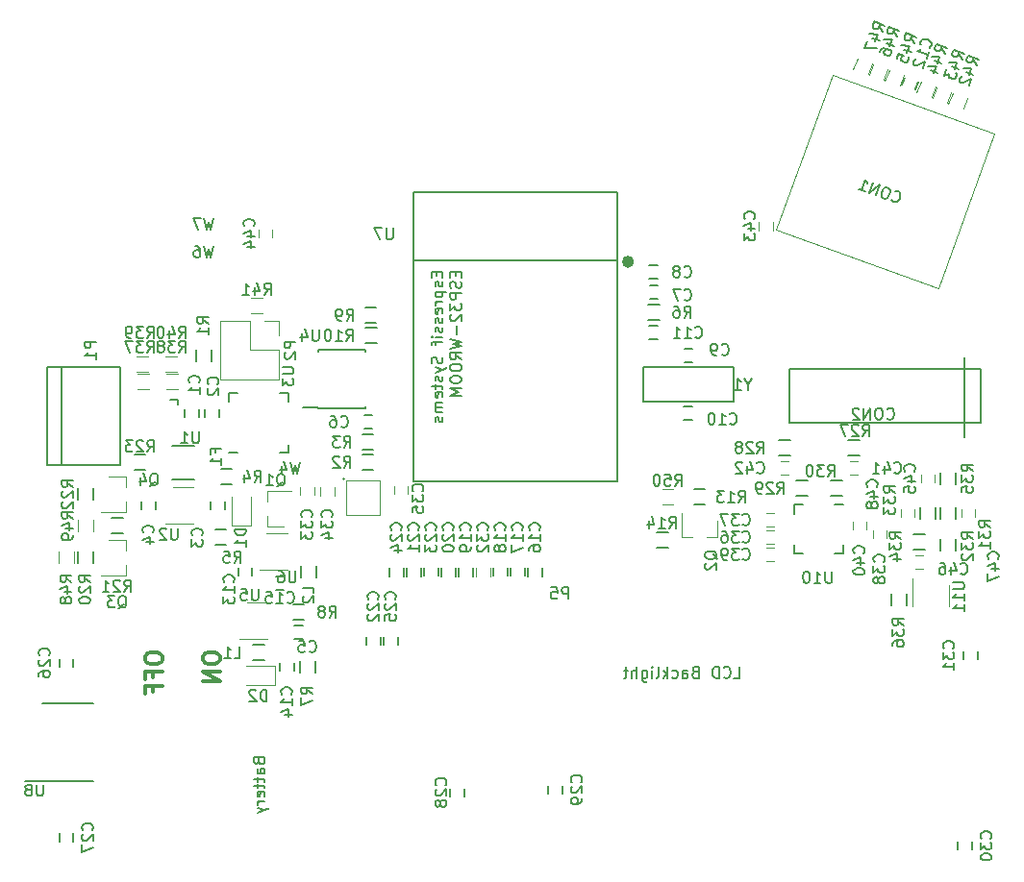
<source format=gbr>
G04 #@! TF.FileFunction,Legend,Bot*
%FSLAX46Y46*%
G04 Gerber Fmt 4.6, Leading zero omitted, Abs format (unit mm)*
G04 Created by KiCad (PCBNEW 4.0.6) date 04/26/17 00:01:20*
%MOMM*%
%LPD*%
G01*
G04 APERTURE LIST*
%ADD10C,0.100000*%
%ADD11C,0.300000*%
%ADD12C,0.120000*%
%ADD13C,0.150000*%
%ADD14C,0.500000*%
%ADD15C,0.050000*%
G04 APERTURE END LIST*
D10*
D11*
X100270571Y-114141429D02*
X100270571Y-114427143D01*
X100342000Y-114570001D01*
X100484857Y-114712858D01*
X100770571Y-114784286D01*
X101270571Y-114784286D01*
X101556286Y-114712858D01*
X101699143Y-114570001D01*
X101770571Y-114427143D01*
X101770571Y-114141429D01*
X101699143Y-113998572D01*
X101556286Y-113855715D01*
X101270571Y-113784286D01*
X100770571Y-113784286D01*
X100484857Y-113855715D01*
X100342000Y-113998572D01*
X100270571Y-114141429D01*
X100984857Y-115927144D02*
X100984857Y-115427144D01*
X101770571Y-115427144D02*
X100270571Y-115427144D01*
X100270571Y-116141430D01*
X100984857Y-117212858D02*
X100984857Y-116712858D01*
X101770571Y-116712858D02*
X100270571Y-116712858D01*
X100270571Y-117427144D01*
X105350571Y-114133428D02*
X105350571Y-114419142D01*
X105422000Y-114562000D01*
X105564857Y-114704857D01*
X105850571Y-114776285D01*
X106350571Y-114776285D01*
X106636286Y-114704857D01*
X106779143Y-114562000D01*
X106850571Y-114419142D01*
X106850571Y-114133428D01*
X106779143Y-113990571D01*
X106636286Y-113847714D01*
X106350571Y-113776285D01*
X105850571Y-113776285D01*
X105564857Y-113847714D01*
X105422000Y-113990571D01*
X105350571Y-114133428D01*
X106850571Y-115419143D02*
X105350571Y-115419143D01*
X106850571Y-116276286D01*
X105350571Y-116276286D01*
D12*
X109474000Y-84522000D02*
X106874000Y-84522000D01*
X106874000Y-84522000D02*
X106874000Y-89722000D01*
X106874000Y-89722000D02*
X112074000Y-89722000D01*
X112074000Y-89722000D02*
X112074000Y-87122000D01*
X112074000Y-87122000D02*
X109474000Y-87122000D01*
X109474000Y-87122000D02*
X109474000Y-84522000D01*
X110744000Y-84522000D02*
X112074000Y-84522000D01*
X112074000Y-84522000D02*
X112074000Y-85792000D01*
D13*
X161634772Y-98637274D02*
X160634772Y-98637274D01*
X160634772Y-99987274D02*
X161634772Y-99987274D01*
X91678551Y-97292075D02*
X91678551Y-88592075D01*
X98083551Y-97292075D02*
X98083551Y-88592075D01*
X98083551Y-88592075D02*
X91678551Y-88592075D01*
X92908551Y-88592075D02*
X92908551Y-97292075D01*
X91678551Y-97292075D02*
X98083551Y-97292075D01*
D14*
X143077981Y-79338000D02*
G75*
G03X143077981Y-79338000I-283981J0D01*
G01*
D13*
X123888000Y-79192000D02*
X141888000Y-79192000D01*
X141888000Y-73192000D02*
X141888000Y-98692000D01*
X123888000Y-73192000D02*
X123888000Y-98692000D01*
X123888000Y-98692000D02*
X141888000Y-98692000D01*
X123888000Y-73192000D02*
X141888000Y-73192000D01*
X103794000Y-92348000D02*
X103794000Y-93048000D01*
X104994000Y-93048000D02*
X104994000Y-92348000D01*
X105572000Y-92360000D02*
X105572000Y-93060000D01*
X106772000Y-93060000D02*
X106772000Y-92360000D01*
X106080000Y-100488000D02*
X106080000Y-101188000D01*
X107280000Y-101188000D02*
X107280000Y-100488000D01*
X99984000Y-100488000D02*
X99984000Y-101188000D01*
X101184000Y-101188000D02*
X101184000Y-100488000D01*
X113442000Y-112614000D02*
X114142000Y-112614000D01*
X114142000Y-111414000D02*
X113442000Y-111414000D01*
X120250000Y-92872001D02*
X119550000Y-92872001D01*
X119550000Y-94072001D02*
X120250000Y-94072001D01*
X144696000Y-82642000D02*
X145396000Y-82642000D01*
X145396000Y-81442000D02*
X144696000Y-81442000D01*
X144684000Y-80864000D02*
X145384000Y-80864000D01*
X145384000Y-79664000D02*
X144684000Y-79664000D01*
X147744000Y-88230000D02*
X148444000Y-88230000D01*
X148444000Y-87030000D02*
X147744000Y-87030000D01*
X147732000Y-93310000D02*
X148432000Y-93310000D01*
X148432000Y-92110000D02*
X147732000Y-92110000D01*
X144672000Y-86198000D02*
X145372000Y-86198000D01*
X145372000Y-84998000D02*
X144672000Y-84998000D01*
X168084109Y-64161105D02*
X168323523Y-63503320D01*
X167195891Y-63092895D02*
X166956477Y-63750680D01*
X108485383Y-106313491D02*
X108485383Y-107013491D01*
X109685383Y-107013491D02*
X109685383Y-106313491D01*
X113376000Y-115412000D02*
X113376000Y-114712000D01*
X112176000Y-114712000D02*
X112176000Y-115412000D01*
X112483386Y-107079494D02*
X111783386Y-107079494D01*
X111783386Y-108279494D02*
X112483386Y-108279494D01*
X135220000Y-107042000D02*
X135220000Y-106342000D01*
X134020000Y-106342000D02*
X134020000Y-107042000D01*
X133696000Y-107030000D02*
X133696000Y-106330000D01*
X132496000Y-106330000D02*
X132496000Y-107030000D01*
X132172000Y-107030000D02*
X132172000Y-106330000D01*
X130972000Y-106330000D02*
X130972000Y-107030000D01*
X129124000Y-107042000D02*
X129124000Y-106342000D01*
X127924000Y-106342000D02*
X127924000Y-107042000D01*
X127600000Y-107042000D02*
X127600000Y-106342000D01*
X126400000Y-106342000D02*
X126400000Y-107042000D01*
X124552000Y-107042000D02*
X124552000Y-106342000D01*
X123352000Y-106342000D02*
X123352000Y-107042000D01*
X120996000Y-113126000D02*
X120996000Y-112426000D01*
X119796000Y-112426000D02*
X119796000Y-113126000D01*
X126076000Y-107030000D02*
X126076000Y-106330000D01*
X124876000Y-106330000D02*
X124876000Y-107030000D01*
X123028000Y-107042000D02*
X123028000Y-106342000D01*
X121828000Y-106342000D02*
X121828000Y-107042000D01*
X122520000Y-113126000D02*
X122520000Y-112426000D01*
X121320000Y-112426000D02*
X121320000Y-113126000D01*
X92745000Y-114331000D02*
X92745000Y-115031000D01*
X93945000Y-115031000D02*
X93945000Y-114331000D01*
X93945000Y-130410000D02*
X93945000Y-129710000D01*
X92745000Y-129710000D02*
X92745000Y-130410000D01*
X128362000Y-126449000D02*
X128362000Y-125749000D01*
X127162000Y-125749000D02*
X127162000Y-126449000D01*
X136998000Y-126207000D02*
X136998000Y-125507000D01*
X135798000Y-125507000D02*
X135798000Y-126207000D01*
X173066000Y-131160000D02*
X173066000Y-130460000D01*
X171866000Y-130460000D02*
X171866000Y-131160000D01*
X172374000Y-113696000D02*
X172374000Y-114396000D01*
X173574000Y-114396000D02*
X173574000Y-113696000D01*
D10*
X175083429Y-68041748D02*
X170124136Y-81667291D01*
X170124136Y-81667291D02*
X155840809Y-76468585D01*
X155840809Y-76468585D02*
X160800101Y-62843042D01*
X160800101Y-62843042D02*
X175083429Y-68041748D01*
D12*
X109562000Y-102592000D02*
X107862000Y-102592000D01*
X107862000Y-102592000D02*
X107862000Y-100042000D01*
X109562000Y-102592000D02*
X109562000Y-100042000D01*
X111736000Y-114974000D02*
X111736000Y-116674000D01*
X111736000Y-116674000D02*
X109186000Y-116674000D01*
X111736000Y-114974000D02*
X109186000Y-114974000D01*
X111000000Y-102672000D02*
X111000000Y-101742000D01*
X111000000Y-99512000D02*
X111000000Y-100442000D01*
X111000000Y-99512000D02*
X113160000Y-99512000D01*
X111000000Y-102672000D02*
X112460000Y-102672000D01*
X150678000Y-103630000D02*
X149748000Y-103630000D01*
X147518000Y-103630000D02*
X148448000Y-103630000D01*
X147518000Y-103630000D02*
X147518000Y-101470000D01*
X150678000Y-103630000D02*
X150678000Y-102170000D01*
D13*
X104735000Y-87130000D02*
X104735000Y-88130000D01*
X106085000Y-88130000D02*
X106085000Y-87130000D01*
X119388000Y-97703000D02*
X120388000Y-97703000D01*
X120388000Y-96353000D02*
X119388000Y-96353000D01*
X119388000Y-95925000D02*
X120388000Y-95925000D01*
X120388000Y-94575000D02*
X119388000Y-94575000D01*
X107942000Y-97623000D02*
X106942000Y-97623000D01*
X106942000Y-98973000D02*
X107942000Y-98973000D01*
X106434000Y-104307000D02*
X107434000Y-104307000D01*
X107434000Y-102957000D02*
X106434000Y-102957000D01*
X145546000Y-83145000D02*
X144546000Y-83145000D01*
X144546000Y-84495000D02*
X145546000Y-84495000D01*
X113879000Y-114562000D02*
X113879000Y-115562000D01*
X115229000Y-115562000D02*
X115229000Y-114562000D01*
X114292000Y-109561000D02*
X113292000Y-109561000D01*
X113292000Y-110911000D02*
X114292000Y-110911000D01*
X120642000Y-83399000D02*
X119642000Y-83399000D01*
X119642000Y-84749000D02*
X120642000Y-84749000D01*
X120654000Y-85177000D02*
X119654000Y-85177000D01*
X119654000Y-86527000D02*
X120654000Y-86527000D01*
X149598000Y-99401000D02*
X148598000Y-99401000D01*
X148598000Y-100751000D02*
X149598000Y-100751000D01*
X145308000Y-104561000D02*
X146308000Y-104561000D01*
X146308000Y-103211000D02*
X145308000Y-103211000D01*
D12*
X102732000Y-99228000D02*
X104532000Y-99228000D01*
X104532000Y-102448000D02*
X102082000Y-102448000D01*
D13*
X112885000Y-96187000D02*
X112885000Y-95437000D01*
X107635000Y-90937000D02*
X107635000Y-91687000D01*
X112885000Y-90937000D02*
X112885000Y-91687000D01*
X107635000Y-96187000D02*
X108385000Y-96187000D01*
X107635000Y-90937000D02*
X108385000Y-90937000D01*
X112885000Y-90937000D02*
X112135000Y-90937000D01*
X112885000Y-96187000D02*
X112135000Y-96187000D01*
X115527000Y-92237002D02*
X115527000Y-92187002D01*
X119677000Y-92237002D02*
X119677000Y-92092002D01*
X119677000Y-87087002D02*
X119677000Y-87232002D01*
X115527000Y-87087002D02*
X115527000Y-87232002D01*
X115527000Y-92237002D02*
X119677000Y-92237002D01*
X115527000Y-87087002D02*
X119677000Y-87087002D01*
X115527000Y-92187002D02*
X114127000Y-92187002D01*
D12*
X130648000Y-107042000D02*
X130648000Y-106342000D01*
X129448000Y-106342000D02*
X129448000Y-107042000D01*
D13*
X102483340Y-91518000D02*
X103192000Y-91518000D01*
X103192000Y-91518000D02*
X103192000Y-91919320D01*
D12*
X109252000Y-109322000D02*
X111052000Y-109322000D01*
X111052000Y-112542000D02*
X108602000Y-112542000D01*
X110979383Y-103275486D02*
X112779383Y-103275486D01*
X112779383Y-106495486D02*
X110329383Y-106495486D01*
D13*
X104632000Y-95553000D02*
X102632000Y-95553000D01*
X102632000Y-98503000D02*
X104632000Y-98503000D01*
X110748000Y-113117000D02*
X109748000Y-113117000D01*
X109748000Y-114467000D02*
X110748000Y-114467000D01*
X113998384Y-106163492D02*
X113998384Y-107163492D01*
X115348384Y-107163492D02*
X115348384Y-106163492D01*
X91247000Y-118216000D02*
X95697000Y-118216000D01*
X89722000Y-125116000D02*
X95697000Y-125116000D01*
X144126000Y-91640000D02*
X152126000Y-91640000D01*
X152126000Y-91640000D02*
X152126000Y-88640000D01*
X152126000Y-88640000D02*
X144126000Y-88640000D01*
X144126000Y-88640000D02*
X144126000Y-91640000D01*
D12*
X113954000Y-99218000D02*
X113954000Y-99918000D01*
X115154000Y-99918000D02*
X115154000Y-99218000D01*
X115732000Y-99230000D02*
X115732000Y-99930000D01*
X116932000Y-99930000D02*
X116932000Y-99230000D01*
X123409000Y-99803000D02*
X123409000Y-99103000D01*
X122209000Y-99103000D02*
X122209000Y-99803000D01*
X155654776Y-103030271D02*
X154954776Y-103030271D01*
X154954776Y-104230271D02*
X155654776Y-104230271D01*
X155654767Y-101506282D02*
X154954767Y-101506282D01*
X154954767Y-102706282D02*
X155654767Y-102706282D01*
X165556768Y-103726277D02*
X165556768Y-103026277D01*
X164356768Y-103026277D02*
X164356768Y-103726277D01*
X155654767Y-104554269D02*
X154954767Y-104554269D01*
X154954767Y-105754269D02*
X155654767Y-105754269D01*
X163778770Y-102964282D02*
X163778770Y-102264282D01*
X162578770Y-102264282D02*
X162578770Y-102964282D01*
X162308764Y-98134281D02*
X163008764Y-98134281D01*
X163008764Y-96934281D02*
X162308764Y-96934281D01*
X156924769Y-96934283D02*
X156224769Y-96934283D01*
X156224769Y-98134283D02*
X156924769Y-98134283D01*
X154340000Y-75862001D02*
X154340000Y-76562001D01*
X155540000Y-76562001D02*
X155540000Y-75862001D01*
X110271000Y-76497000D02*
X110271000Y-77197000D01*
X111471000Y-77197000D02*
X111471000Y-76497000D01*
X98566000Y-103830000D02*
X98566000Y-104760000D01*
X98566000Y-106990000D02*
X98566000Y-106060000D01*
X98566000Y-106990000D02*
X96406000Y-106990000D01*
X98566000Y-103830000D02*
X97106000Y-103830000D01*
X98566000Y-98242000D02*
X98566000Y-99172000D01*
X98566000Y-101402000D02*
X98566000Y-100472000D01*
X98566000Y-101402000D02*
X96406000Y-101402000D01*
X98566000Y-98242000D02*
X97106000Y-98242000D01*
D13*
X94321000Y-104910000D02*
X94321000Y-105910000D01*
X95671000Y-105910000D02*
X95671000Y-104910000D01*
X97302000Y-103291000D02*
X98302000Y-103291000D01*
X98302000Y-101941000D02*
X97302000Y-101941000D01*
X94321000Y-99322000D02*
X94321000Y-100322000D01*
X95671000Y-100322000D02*
X95671000Y-99322000D01*
X99322000Y-97703000D02*
X100322000Y-97703000D01*
X100322000Y-96353000D02*
X99322000Y-96353000D01*
X163170763Y-95081281D02*
X162170763Y-95081281D01*
X162170763Y-96431281D02*
X163170763Y-96431281D01*
X156074767Y-96431283D02*
X157074767Y-96431283D01*
X157074767Y-95081283D02*
X156074767Y-95081283D01*
X157598774Y-99987278D02*
X158598774Y-99987278D01*
X158598774Y-98637278D02*
X157598774Y-98637278D01*
X157440771Y-100759283D02*
X157440771Y-101534283D01*
X161740771Y-105059283D02*
X161740771Y-104284283D01*
X157440771Y-105059283D02*
X157440771Y-104284283D01*
X161740771Y-100759283D02*
X160965771Y-100759283D01*
X161740771Y-105059283D02*
X160965771Y-105059283D01*
X157440771Y-105059283D02*
X158215771Y-105059283D01*
X157440771Y-100759283D02*
X158215771Y-100759283D01*
D12*
X168576730Y-98098210D02*
X168576730Y-98798210D01*
X169776730Y-98798210D02*
X169776730Y-98098210D01*
X168064740Y-106402213D02*
X168764740Y-106402213D01*
X168764740Y-105202213D02*
X168064740Y-105202213D01*
X173332733Y-101846214D02*
X173332733Y-101146214D01*
X172132733Y-101146214D02*
X172132733Y-101846214D01*
X166798729Y-101134214D02*
X166798729Y-101834214D01*
X167998729Y-101834214D02*
X167998729Y-101134214D01*
D13*
X171629728Y-101984212D02*
X171629728Y-100984212D01*
X170279728Y-100984212D02*
X170279728Y-101984212D01*
X170279737Y-103778209D02*
X170279737Y-104778209D01*
X171629737Y-104778209D02*
X171629737Y-103778209D01*
X168501734Y-100996207D02*
X168501734Y-101996207D01*
X169851734Y-101996207D02*
X169851734Y-100996207D01*
X168914736Y-103349212D02*
X167914736Y-103349212D01*
X167914736Y-104699212D02*
X168914736Y-104699212D01*
X171629736Y-98936209D02*
X171629736Y-97936209D01*
X170279736Y-97936209D02*
X170279736Y-98936209D01*
X165961731Y-108592208D02*
X165961731Y-109592208D01*
X167311731Y-109592208D02*
X167311731Y-108592208D01*
D12*
X171076732Y-107866213D02*
X171076732Y-109666213D01*
X167856732Y-109666213D02*
X167856732Y-107216213D01*
D13*
X173894000Y-88786000D02*
X156994000Y-88786000D01*
X156994000Y-88786000D02*
X156994000Y-93486000D01*
X156994000Y-93486000D02*
X173794000Y-93486000D01*
X173794000Y-93486000D02*
X173894000Y-93486000D01*
X173894000Y-93486000D02*
X173894000Y-88786000D01*
X172394000Y-87786000D02*
X172394000Y-94786000D01*
D12*
X99588000Y-90596000D02*
X100588000Y-90596000D01*
X100588000Y-89236000D02*
X99588000Y-89236000D01*
X102128000Y-90596000D02*
X103128000Y-90596000D01*
X103128000Y-89236000D02*
X102128000Y-89236000D01*
X99564000Y-89072000D02*
X100564000Y-89072000D01*
X100564000Y-87712000D02*
X99564000Y-87712000D01*
X102104000Y-89072000D02*
X103104000Y-89072000D01*
X103104000Y-87712000D02*
X102104000Y-87712000D01*
D15*
X117858711Y-98484000D02*
G75*
G03X117858711Y-98484000I-70711J0D01*
G01*
X117938000Y-98634000D02*
X117938000Y-101634000D01*
X120938000Y-98634000D02*
X117938000Y-98634000D01*
X120938000Y-101634000D02*
X120938000Y-98634000D01*
X117938000Y-101634000D02*
X120938000Y-101634000D01*
D12*
X110621000Y-82505000D02*
X109621000Y-82505000D01*
X109621000Y-83865000D02*
X110621000Y-83865000D01*
X172298981Y-65853420D02*
X172641001Y-64913727D01*
X171363019Y-64448580D02*
X171020999Y-65388273D01*
X170901981Y-65345420D02*
X171244001Y-64405727D01*
X169966019Y-63940580D02*
X169623999Y-64880273D01*
X169504981Y-64837420D02*
X169847001Y-63897727D01*
X168569019Y-63432580D02*
X168226999Y-64372273D01*
X166710981Y-63821420D02*
X167053001Y-62881727D01*
X165775019Y-62416580D02*
X165432999Y-63356273D01*
X165313981Y-63313420D02*
X165656001Y-62373727D01*
X164378019Y-61908580D02*
X164035999Y-62848273D01*
X163916981Y-62805420D02*
X164259001Y-61865727D01*
X162981019Y-61400580D02*
X162638999Y-62340273D01*
X94025000Y-105910000D02*
X94025000Y-104910000D01*
X92665000Y-104910000D02*
X92665000Y-105910000D01*
X94316000Y-102116000D02*
X94316000Y-103116000D01*
X95676000Y-103116000D02*
X95676000Y-102116000D01*
X145804000Y-100756000D02*
X146804000Y-100756000D01*
X146804000Y-99396000D02*
X145804000Y-99396000D01*
D13*
X113526381Y-86383905D02*
X112526381Y-86383905D01*
X112526381Y-86764858D01*
X112574000Y-86860096D01*
X112621619Y-86907715D01*
X112716857Y-86955334D01*
X112859714Y-86955334D01*
X112954952Y-86907715D01*
X113002571Y-86860096D01*
X113050190Y-86764858D01*
X113050190Y-86383905D01*
X112621619Y-87336286D02*
X112574000Y-87383905D01*
X112526381Y-87479143D01*
X112526381Y-87717239D01*
X112574000Y-87812477D01*
X112621619Y-87860096D01*
X112716857Y-87907715D01*
X112812095Y-87907715D01*
X112954952Y-87860096D01*
X113526381Y-87288667D01*
X113526381Y-87907715D01*
X160408857Y-98242381D02*
X160742191Y-97766190D01*
X160980286Y-98242381D02*
X160980286Y-97242381D01*
X160599333Y-97242381D01*
X160504095Y-97290000D01*
X160456476Y-97337619D01*
X160408857Y-97432857D01*
X160408857Y-97575714D01*
X160456476Y-97670952D01*
X160504095Y-97718571D01*
X160599333Y-97766190D01*
X160980286Y-97766190D01*
X160075524Y-97242381D02*
X159456476Y-97242381D01*
X159789810Y-97623333D01*
X159646952Y-97623333D01*
X159551714Y-97670952D01*
X159504095Y-97718571D01*
X159456476Y-97813810D01*
X159456476Y-98051905D01*
X159504095Y-98147143D01*
X159551714Y-98194762D01*
X159646952Y-98242381D01*
X159932667Y-98242381D01*
X160027905Y-98194762D01*
X160075524Y-98147143D01*
X158837429Y-97242381D02*
X158742190Y-97242381D01*
X158646952Y-97290000D01*
X158599333Y-97337619D01*
X158551714Y-97432857D01*
X158504095Y-97623333D01*
X158504095Y-97861429D01*
X158551714Y-98051905D01*
X158599333Y-98147143D01*
X158646952Y-98194762D01*
X158742190Y-98242381D01*
X158837429Y-98242381D01*
X158932667Y-98194762D01*
X158980286Y-98147143D01*
X159027905Y-98051905D01*
X159075524Y-97861429D01*
X159075524Y-97623333D01*
X159027905Y-97432857D01*
X158980286Y-97337619D01*
X158932667Y-97290000D01*
X158837429Y-97242381D01*
X95956381Y-86383905D02*
X94956381Y-86383905D01*
X94956381Y-86764858D01*
X95004000Y-86860096D01*
X95051619Y-86907715D01*
X95146857Y-86955334D01*
X95289714Y-86955334D01*
X95384952Y-86907715D01*
X95432571Y-86860096D01*
X95480190Y-86764858D01*
X95480190Y-86383905D01*
X95956381Y-87907715D02*
X95956381Y-87336286D01*
X95956381Y-87622000D02*
X94956381Y-87622000D01*
X95099238Y-87526762D01*
X95194476Y-87431524D01*
X95242095Y-87336286D01*
X122092905Y-76377381D02*
X122092905Y-77186905D01*
X122045286Y-77282143D01*
X121997667Y-77329762D01*
X121902429Y-77377381D01*
X121711952Y-77377381D01*
X121616714Y-77329762D01*
X121569095Y-77282143D01*
X121521476Y-77186905D01*
X121521476Y-76377381D01*
X121140524Y-76377381D02*
X120473857Y-76377381D01*
X120902429Y-77377381D01*
X125958571Y-80259570D02*
X125958571Y-80592904D01*
X126482381Y-80735761D02*
X126482381Y-80259570D01*
X125482381Y-80259570D01*
X125482381Y-80735761D01*
X126434762Y-81116713D02*
X126482381Y-81211951D01*
X126482381Y-81402427D01*
X126434762Y-81497666D01*
X126339524Y-81545285D01*
X126291905Y-81545285D01*
X126196667Y-81497666D01*
X126149048Y-81402427D01*
X126149048Y-81259570D01*
X126101429Y-81164332D01*
X126006190Y-81116713D01*
X125958571Y-81116713D01*
X125863333Y-81164332D01*
X125815714Y-81259570D01*
X125815714Y-81402427D01*
X125863333Y-81497666D01*
X125815714Y-81973856D02*
X126815714Y-81973856D01*
X125863333Y-81973856D02*
X125815714Y-82069094D01*
X125815714Y-82259571D01*
X125863333Y-82354809D01*
X125910952Y-82402428D01*
X126006190Y-82450047D01*
X126291905Y-82450047D01*
X126387143Y-82402428D01*
X126434762Y-82354809D01*
X126482381Y-82259571D01*
X126482381Y-82069094D01*
X126434762Y-81973856D01*
X126482381Y-82878618D02*
X125815714Y-82878618D01*
X126006190Y-82878618D02*
X125910952Y-82926237D01*
X125863333Y-82973856D01*
X125815714Y-83069094D01*
X125815714Y-83164333D01*
X126434762Y-83878619D02*
X126482381Y-83783381D01*
X126482381Y-83592904D01*
X126434762Y-83497666D01*
X126339524Y-83450047D01*
X125958571Y-83450047D01*
X125863333Y-83497666D01*
X125815714Y-83592904D01*
X125815714Y-83783381D01*
X125863333Y-83878619D01*
X125958571Y-83926238D01*
X126053810Y-83926238D01*
X126149048Y-83450047D01*
X126434762Y-84307190D02*
X126482381Y-84402428D01*
X126482381Y-84592904D01*
X126434762Y-84688143D01*
X126339524Y-84735762D01*
X126291905Y-84735762D01*
X126196667Y-84688143D01*
X126149048Y-84592904D01*
X126149048Y-84450047D01*
X126101429Y-84354809D01*
X126006190Y-84307190D01*
X125958571Y-84307190D01*
X125863333Y-84354809D01*
X125815714Y-84450047D01*
X125815714Y-84592904D01*
X125863333Y-84688143D01*
X126434762Y-85116714D02*
X126482381Y-85211952D01*
X126482381Y-85402428D01*
X126434762Y-85497667D01*
X126339524Y-85545286D01*
X126291905Y-85545286D01*
X126196667Y-85497667D01*
X126149048Y-85402428D01*
X126149048Y-85259571D01*
X126101429Y-85164333D01*
X126006190Y-85116714D01*
X125958571Y-85116714D01*
X125863333Y-85164333D01*
X125815714Y-85259571D01*
X125815714Y-85402428D01*
X125863333Y-85497667D01*
X126482381Y-85973857D02*
X125815714Y-85973857D01*
X125482381Y-85973857D02*
X125530000Y-85926238D01*
X125577619Y-85973857D01*
X125530000Y-86021476D01*
X125482381Y-85973857D01*
X125577619Y-85973857D01*
X125815714Y-86307190D02*
X125815714Y-86688142D01*
X126482381Y-86450047D02*
X125625238Y-86450047D01*
X125530000Y-86497666D01*
X125482381Y-86592904D01*
X125482381Y-86688142D01*
X126434762Y-87735762D02*
X126482381Y-87878619D01*
X126482381Y-88116715D01*
X126434762Y-88211953D01*
X126387143Y-88259572D01*
X126291905Y-88307191D01*
X126196667Y-88307191D01*
X126101429Y-88259572D01*
X126053810Y-88211953D01*
X126006190Y-88116715D01*
X125958571Y-87926238D01*
X125910952Y-87831000D01*
X125863333Y-87783381D01*
X125768095Y-87735762D01*
X125672857Y-87735762D01*
X125577619Y-87783381D01*
X125530000Y-87831000D01*
X125482381Y-87926238D01*
X125482381Y-88164334D01*
X125530000Y-88307191D01*
X125815714Y-88640524D02*
X126482381Y-88878619D01*
X125815714Y-89116715D02*
X126482381Y-88878619D01*
X126720476Y-88783381D01*
X126768095Y-88735762D01*
X126815714Y-88640524D01*
X126434762Y-89450048D02*
X126482381Y-89545286D01*
X126482381Y-89735762D01*
X126434762Y-89831001D01*
X126339524Y-89878620D01*
X126291905Y-89878620D01*
X126196667Y-89831001D01*
X126149048Y-89735762D01*
X126149048Y-89592905D01*
X126101429Y-89497667D01*
X126006190Y-89450048D01*
X125958571Y-89450048D01*
X125863333Y-89497667D01*
X125815714Y-89592905D01*
X125815714Y-89735762D01*
X125863333Y-89831001D01*
X125815714Y-90164334D02*
X125815714Y-90545286D01*
X125482381Y-90307191D02*
X126339524Y-90307191D01*
X126434762Y-90354810D01*
X126482381Y-90450048D01*
X126482381Y-90545286D01*
X126434762Y-91259573D02*
X126482381Y-91164335D01*
X126482381Y-90973858D01*
X126434762Y-90878620D01*
X126339524Y-90831001D01*
X125958571Y-90831001D01*
X125863333Y-90878620D01*
X125815714Y-90973858D01*
X125815714Y-91164335D01*
X125863333Y-91259573D01*
X125958571Y-91307192D01*
X126053810Y-91307192D01*
X126149048Y-90831001D01*
X126482381Y-91735763D02*
X125815714Y-91735763D01*
X125910952Y-91735763D02*
X125863333Y-91783382D01*
X125815714Y-91878620D01*
X125815714Y-92021478D01*
X125863333Y-92116716D01*
X125958571Y-92164335D01*
X126482381Y-92164335D01*
X125958571Y-92164335D02*
X125863333Y-92211954D01*
X125815714Y-92307192D01*
X125815714Y-92450049D01*
X125863333Y-92545287D01*
X125958571Y-92592906D01*
X126482381Y-92592906D01*
X126434762Y-93021477D02*
X126482381Y-93116715D01*
X126482381Y-93307191D01*
X126434762Y-93402430D01*
X126339524Y-93450049D01*
X126291905Y-93450049D01*
X126196667Y-93402430D01*
X126149048Y-93307191D01*
X126149048Y-93164334D01*
X126101429Y-93069096D01*
X126006190Y-93021477D01*
X125958571Y-93021477D01*
X125863333Y-93069096D01*
X125815714Y-93164334D01*
X125815714Y-93307191D01*
X125863333Y-93402430D01*
X127609571Y-80235619D02*
X127609571Y-80568953D01*
X128133381Y-80711810D02*
X128133381Y-80235619D01*
X127133381Y-80235619D01*
X127133381Y-80711810D01*
X128085762Y-81092762D02*
X128133381Y-81235619D01*
X128133381Y-81473715D01*
X128085762Y-81568953D01*
X128038143Y-81616572D01*
X127942905Y-81664191D01*
X127847667Y-81664191D01*
X127752429Y-81616572D01*
X127704810Y-81568953D01*
X127657190Y-81473715D01*
X127609571Y-81283238D01*
X127561952Y-81188000D01*
X127514333Y-81140381D01*
X127419095Y-81092762D01*
X127323857Y-81092762D01*
X127228619Y-81140381D01*
X127181000Y-81188000D01*
X127133381Y-81283238D01*
X127133381Y-81521334D01*
X127181000Y-81664191D01*
X128133381Y-82092762D02*
X127133381Y-82092762D01*
X127133381Y-82473715D01*
X127181000Y-82568953D01*
X127228619Y-82616572D01*
X127323857Y-82664191D01*
X127466714Y-82664191D01*
X127561952Y-82616572D01*
X127609571Y-82568953D01*
X127657190Y-82473715D01*
X127657190Y-82092762D01*
X127133381Y-82997524D02*
X127133381Y-83616572D01*
X127514333Y-83283238D01*
X127514333Y-83426096D01*
X127561952Y-83521334D01*
X127609571Y-83568953D01*
X127704810Y-83616572D01*
X127942905Y-83616572D01*
X128038143Y-83568953D01*
X128085762Y-83521334D01*
X128133381Y-83426096D01*
X128133381Y-83140381D01*
X128085762Y-83045143D01*
X128038143Y-82997524D01*
X127228619Y-83997524D02*
X127181000Y-84045143D01*
X127133381Y-84140381D01*
X127133381Y-84378477D01*
X127181000Y-84473715D01*
X127228619Y-84521334D01*
X127323857Y-84568953D01*
X127419095Y-84568953D01*
X127561952Y-84521334D01*
X128133381Y-83949905D01*
X128133381Y-84568953D01*
X127752429Y-84997524D02*
X127752429Y-85759429D01*
X127133381Y-86140381D02*
X128133381Y-86378476D01*
X127419095Y-86568953D01*
X128133381Y-86759429D01*
X127133381Y-86997524D01*
X128133381Y-87949905D02*
X127657190Y-87616571D01*
X128133381Y-87378476D02*
X127133381Y-87378476D01*
X127133381Y-87759429D01*
X127181000Y-87854667D01*
X127228619Y-87902286D01*
X127323857Y-87949905D01*
X127466714Y-87949905D01*
X127561952Y-87902286D01*
X127609571Y-87854667D01*
X127657190Y-87759429D01*
X127657190Y-87378476D01*
X127133381Y-88568952D02*
X127133381Y-88759429D01*
X127181000Y-88854667D01*
X127276238Y-88949905D01*
X127466714Y-88997524D01*
X127800048Y-88997524D01*
X127990524Y-88949905D01*
X128085762Y-88854667D01*
X128133381Y-88759429D01*
X128133381Y-88568952D01*
X128085762Y-88473714D01*
X127990524Y-88378476D01*
X127800048Y-88330857D01*
X127466714Y-88330857D01*
X127276238Y-88378476D01*
X127181000Y-88473714D01*
X127133381Y-88568952D01*
X127133381Y-89616571D02*
X127133381Y-89807048D01*
X127181000Y-89902286D01*
X127276238Y-89997524D01*
X127466714Y-90045143D01*
X127800048Y-90045143D01*
X127990524Y-89997524D01*
X128085762Y-89902286D01*
X128133381Y-89807048D01*
X128133381Y-89616571D01*
X128085762Y-89521333D01*
X127990524Y-89426095D01*
X127800048Y-89378476D01*
X127466714Y-89378476D01*
X127276238Y-89426095D01*
X127181000Y-89521333D01*
X127133381Y-89616571D01*
X128133381Y-90473714D02*
X127133381Y-90473714D01*
X127847667Y-90807048D01*
X127133381Y-91140381D01*
X128133381Y-91140381D01*
X105005143Y-90003334D02*
X105052762Y-89955715D01*
X105100381Y-89812858D01*
X105100381Y-89717620D01*
X105052762Y-89574762D01*
X104957524Y-89479524D01*
X104862286Y-89431905D01*
X104671810Y-89384286D01*
X104528952Y-89384286D01*
X104338476Y-89431905D01*
X104243238Y-89479524D01*
X104148000Y-89574762D01*
X104100381Y-89717620D01*
X104100381Y-89812858D01*
X104148000Y-89955715D01*
X104195619Y-90003334D01*
X105100381Y-90955715D02*
X105100381Y-90384286D01*
X105100381Y-90670000D02*
X104100381Y-90670000D01*
X104243238Y-90574762D01*
X104338476Y-90479524D01*
X104386095Y-90384286D01*
X106656143Y-90130334D02*
X106703762Y-90082715D01*
X106751381Y-89939858D01*
X106751381Y-89844620D01*
X106703762Y-89701762D01*
X106608524Y-89606524D01*
X106513286Y-89558905D01*
X106322810Y-89511286D01*
X106179952Y-89511286D01*
X105989476Y-89558905D01*
X105894238Y-89606524D01*
X105799000Y-89701762D01*
X105751381Y-89844620D01*
X105751381Y-89939858D01*
X105799000Y-90082715D01*
X105846619Y-90130334D01*
X105846619Y-90511286D02*
X105799000Y-90558905D01*
X105751381Y-90654143D01*
X105751381Y-90892239D01*
X105799000Y-90987477D01*
X105846619Y-91035096D01*
X105941857Y-91082715D01*
X106037095Y-91082715D01*
X106179952Y-91035096D01*
X106751381Y-90463667D01*
X106751381Y-91082715D01*
X105259143Y-103465334D02*
X105306762Y-103417715D01*
X105354381Y-103274858D01*
X105354381Y-103179620D01*
X105306762Y-103036762D01*
X105211524Y-102941524D01*
X105116286Y-102893905D01*
X104925810Y-102846286D01*
X104782952Y-102846286D01*
X104592476Y-102893905D01*
X104497238Y-102941524D01*
X104402000Y-103036762D01*
X104354381Y-103179620D01*
X104354381Y-103274858D01*
X104402000Y-103417715D01*
X104449619Y-103465334D01*
X104354381Y-103798667D02*
X104354381Y-104417715D01*
X104735333Y-104084381D01*
X104735333Y-104227239D01*
X104782952Y-104322477D01*
X104830571Y-104370096D01*
X104925810Y-104417715D01*
X105163905Y-104417715D01*
X105259143Y-104370096D01*
X105306762Y-104322477D01*
X105354381Y-104227239D01*
X105354381Y-103941524D01*
X105306762Y-103846286D01*
X105259143Y-103798667D01*
X100941143Y-103211334D02*
X100988762Y-103163715D01*
X101036381Y-103020858D01*
X101036381Y-102925620D01*
X100988762Y-102782762D01*
X100893524Y-102687524D01*
X100798286Y-102639905D01*
X100607810Y-102592286D01*
X100464952Y-102592286D01*
X100274476Y-102639905D01*
X100179238Y-102687524D01*
X100084000Y-102782762D01*
X100036381Y-102925620D01*
X100036381Y-103020858D01*
X100084000Y-103163715D01*
X100131619Y-103211334D01*
X100369714Y-104068477D02*
X101036381Y-104068477D01*
X99988762Y-103830381D02*
X100703048Y-103592286D01*
X100703048Y-104211334D01*
X114720666Y-113641143D02*
X114768285Y-113688762D01*
X114911142Y-113736381D01*
X115006380Y-113736381D01*
X115149238Y-113688762D01*
X115244476Y-113593524D01*
X115292095Y-113498286D01*
X115339714Y-113307810D01*
X115339714Y-113164952D01*
X115292095Y-112974476D01*
X115244476Y-112879238D01*
X115149238Y-112784000D01*
X115006380Y-112736381D01*
X114911142Y-112736381D01*
X114768285Y-112784000D01*
X114720666Y-112831619D01*
X113815904Y-112736381D02*
X114292095Y-112736381D01*
X114339714Y-113212571D01*
X114292095Y-113164952D01*
X114196857Y-113117333D01*
X113958761Y-113117333D01*
X113863523Y-113164952D01*
X113815904Y-113212571D01*
X113768285Y-113307810D01*
X113768285Y-113545905D01*
X113815904Y-113641143D01*
X113863523Y-113688762D01*
X113958761Y-113736381D01*
X114196857Y-113736381D01*
X114292095Y-113688762D01*
X114339714Y-113641143D01*
X117514666Y-93829143D02*
X117562285Y-93876762D01*
X117705142Y-93924381D01*
X117800380Y-93924381D01*
X117943238Y-93876762D01*
X118038476Y-93781524D01*
X118086095Y-93686286D01*
X118133714Y-93495810D01*
X118133714Y-93352952D01*
X118086095Y-93162476D01*
X118038476Y-93067238D01*
X117943238Y-92972000D01*
X117800380Y-92924381D01*
X117705142Y-92924381D01*
X117562285Y-92972000D01*
X117514666Y-93019619D01*
X116657523Y-92924381D02*
X116848000Y-92924381D01*
X116943238Y-92972000D01*
X116990857Y-93019619D01*
X117086095Y-93162476D01*
X117133714Y-93352952D01*
X117133714Y-93733905D01*
X117086095Y-93829143D01*
X117038476Y-93876762D01*
X116943238Y-93924381D01*
X116752761Y-93924381D01*
X116657523Y-93876762D01*
X116609904Y-93829143D01*
X116562285Y-93733905D01*
X116562285Y-93495810D01*
X116609904Y-93400571D01*
X116657523Y-93352952D01*
X116752761Y-93305333D01*
X116943238Y-93305333D01*
X117038476Y-93352952D01*
X117086095Y-93400571D01*
X117133714Y-93495810D01*
X147740666Y-82653143D02*
X147788285Y-82700762D01*
X147931142Y-82748381D01*
X148026380Y-82748381D01*
X148169238Y-82700762D01*
X148264476Y-82605524D01*
X148312095Y-82510286D01*
X148359714Y-82319810D01*
X148359714Y-82176952D01*
X148312095Y-81986476D01*
X148264476Y-81891238D01*
X148169238Y-81796000D01*
X148026380Y-81748381D01*
X147931142Y-81748381D01*
X147788285Y-81796000D01*
X147740666Y-81843619D01*
X147407333Y-81748381D02*
X146740666Y-81748381D01*
X147169238Y-82748381D01*
X147740666Y-80621143D02*
X147788285Y-80668762D01*
X147931142Y-80716381D01*
X148026380Y-80716381D01*
X148169238Y-80668762D01*
X148264476Y-80573524D01*
X148312095Y-80478286D01*
X148359714Y-80287810D01*
X148359714Y-80144952D01*
X148312095Y-79954476D01*
X148264476Y-79859238D01*
X148169238Y-79764000D01*
X148026380Y-79716381D01*
X147931142Y-79716381D01*
X147788285Y-79764000D01*
X147740666Y-79811619D01*
X147169238Y-80144952D02*
X147264476Y-80097333D01*
X147312095Y-80049714D01*
X147359714Y-79954476D01*
X147359714Y-79906857D01*
X147312095Y-79811619D01*
X147264476Y-79764000D01*
X147169238Y-79716381D01*
X146978761Y-79716381D01*
X146883523Y-79764000D01*
X146835904Y-79811619D01*
X146788285Y-79906857D01*
X146788285Y-79954476D01*
X146835904Y-80049714D01*
X146883523Y-80097333D01*
X146978761Y-80144952D01*
X147169238Y-80144952D01*
X147264476Y-80192571D01*
X147312095Y-80240190D01*
X147359714Y-80335429D01*
X147359714Y-80525905D01*
X147312095Y-80621143D01*
X147264476Y-80668762D01*
X147169238Y-80716381D01*
X146978761Y-80716381D01*
X146883523Y-80668762D01*
X146835904Y-80621143D01*
X146788285Y-80525905D01*
X146788285Y-80335429D01*
X146835904Y-80240190D01*
X146883523Y-80192571D01*
X146978761Y-80144952D01*
X151042666Y-87479143D02*
X151090285Y-87526762D01*
X151233142Y-87574381D01*
X151328380Y-87574381D01*
X151471238Y-87526762D01*
X151566476Y-87431524D01*
X151614095Y-87336286D01*
X151661714Y-87145810D01*
X151661714Y-87002952D01*
X151614095Y-86812476D01*
X151566476Y-86717238D01*
X151471238Y-86622000D01*
X151328380Y-86574381D01*
X151233142Y-86574381D01*
X151090285Y-86622000D01*
X151042666Y-86669619D01*
X150566476Y-87574381D02*
X150376000Y-87574381D01*
X150280761Y-87526762D01*
X150233142Y-87479143D01*
X150137904Y-87336286D01*
X150090285Y-87145810D01*
X150090285Y-86764857D01*
X150137904Y-86669619D01*
X150185523Y-86622000D01*
X150280761Y-86574381D01*
X150471238Y-86574381D01*
X150566476Y-86622000D01*
X150614095Y-86669619D01*
X150661714Y-86764857D01*
X150661714Y-87002952D01*
X150614095Y-87098190D01*
X150566476Y-87145810D01*
X150471238Y-87193429D01*
X150280761Y-87193429D01*
X150185523Y-87145810D01*
X150137904Y-87098190D01*
X150090285Y-87002952D01*
X151772857Y-93575143D02*
X151820476Y-93622762D01*
X151963333Y-93670381D01*
X152058571Y-93670381D01*
X152201429Y-93622762D01*
X152296667Y-93527524D01*
X152344286Y-93432286D01*
X152391905Y-93241810D01*
X152391905Y-93098952D01*
X152344286Y-92908476D01*
X152296667Y-92813238D01*
X152201429Y-92718000D01*
X152058571Y-92670381D01*
X151963333Y-92670381D01*
X151820476Y-92718000D01*
X151772857Y-92765619D01*
X150820476Y-93670381D02*
X151391905Y-93670381D01*
X151106191Y-93670381D02*
X151106191Y-92670381D01*
X151201429Y-92813238D01*
X151296667Y-92908476D01*
X151391905Y-92956095D01*
X150201429Y-92670381D02*
X150106190Y-92670381D01*
X150010952Y-92718000D01*
X149963333Y-92765619D01*
X149915714Y-92860857D01*
X149868095Y-93051333D01*
X149868095Y-93289429D01*
X149915714Y-93479905D01*
X149963333Y-93575143D01*
X150010952Y-93622762D01*
X150106190Y-93670381D01*
X150201429Y-93670381D01*
X150296667Y-93622762D01*
X150344286Y-93575143D01*
X150391905Y-93479905D01*
X150439524Y-93289429D01*
X150439524Y-93051333D01*
X150391905Y-92860857D01*
X150344286Y-92765619D01*
X150296667Y-92718000D01*
X150201429Y-92670381D01*
X148724857Y-85955143D02*
X148772476Y-86002762D01*
X148915333Y-86050381D01*
X149010571Y-86050381D01*
X149153429Y-86002762D01*
X149248667Y-85907524D01*
X149296286Y-85812286D01*
X149343905Y-85621810D01*
X149343905Y-85478952D01*
X149296286Y-85288476D01*
X149248667Y-85193238D01*
X149153429Y-85098000D01*
X149010571Y-85050381D01*
X148915333Y-85050381D01*
X148772476Y-85098000D01*
X148724857Y-85145619D01*
X147772476Y-86050381D02*
X148343905Y-86050381D01*
X148058191Y-86050381D02*
X148058191Y-85050381D01*
X148153429Y-85193238D01*
X148248667Y-85288476D01*
X148343905Y-85336095D01*
X146820095Y-86050381D02*
X147391524Y-86050381D01*
X147105810Y-86050381D02*
X147105810Y-85050381D01*
X147201048Y-85193238D01*
X147296286Y-85288476D01*
X147391524Y-85336095D01*
X169338475Y-60478062D02*
X169399509Y-60449602D01*
X169493116Y-60331647D01*
X169525689Y-60242152D01*
X169529802Y-60091623D01*
X169472881Y-59969555D01*
X169399673Y-59892235D01*
X169236971Y-59782341D01*
X169102728Y-59733480D01*
X168907453Y-59713081D01*
X168801672Y-59725255D01*
X168679604Y-59782176D01*
X168585996Y-59900132D01*
X168553423Y-59989626D01*
X168549310Y-60140155D01*
X168577771Y-60201189D01*
X169102236Y-61405581D02*
X169297676Y-60868613D01*
X169199956Y-61137097D02*
X168260263Y-60795076D01*
X168427078Y-60754442D01*
X168549146Y-60697521D01*
X168626467Y-60624313D01*
X168121744Y-61454112D02*
X168060710Y-61482572D01*
X167983390Y-61555780D01*
X167901956Y-61779517D01*
X167914130Y-61885298D01*
X167942591Y-61946332D01*
X168015798Y-62023653D01*
X168105293Y-62056226D01*
X168255821Y-62060339D01*
X168988229Y-61718811D01*
X168776502Y-62300526D01*
X108053143Y-107561143D02*
X108100762Y-107513524D01*
X108148381Y-107370667D01*
X108148381Y-107275429D01*
X108100762Y-107132571D01*
X108005524Y-107037333D01*
X107910286Y-106989714D01*
X107719810Y-106942095D01*
X107576952Y-106942095D01*
X107386476Y-106989714D01*
X107291238Y-107037333D01*
X107196000Y-107132571D01*
X107148381Y-107275429D01*
X107148381Y-107370667D01*
X107196000Y-107513524D01*
X107243619Y-107561143D01*
X108148381Y-108513524D02*
X108148381Y-107942095D01*
X108148381Y-108227809D02*
X107148381Y-108227809D01*
X107291238Y-108132571D01*
X107386476Y-108037333D01*
X107434095Y-107942095D01*
X107148381Y-108846857D02*
X107148381Y-109465905D01*
X107529333Y-109132571D01*
X107529333Y-109275429D01*
X107576952Y-109370667D01*
X107624571Y-109418286D01*
X107719810Y-109465905D01*
X107957905Y-109465905D01*
X108053143Y-109418286D01*
X108100762Y-109370667D01*
X108148381Y-109275429D01*
X108148381Y-108989714D01*
X108100762Y-108894476D01*
X108053143Y-108846857D01*
X113133143Y-117467143D02*
X113180762Y-117419524D01*
X113228381Y-117276667D01*
X113228381Y-117181429D01*
X113180762Y-117038571D01*
X113085524Y-116943333D01*
X112990286Y-116895714D01*
X112799810Y-116848095D01*
X112656952Y-116848095D01*
X112466476Y-116895714D01*
X112371238Y-116943333D01*
X112276000Y-117038571D01*
X112228381Y-117181429D01*
X112228381Y-117276667D01*
X112276000Y-117419524D01*
X112323619Y-117467143D01*
X113228381Y-118419524D02*
X113228381Y-117848095D01*
X113228381Y-118133809D02*
X112228381Y-118133809D01*
X112371238Y-118038571D01*
X112466476Y-117943333D01*
X112514095Y-117848095D01*
X112561714Y-119276667D02*
X113228381Y-119276667D01*
X112180762Y-119038571D02*
X112895048Y-118800476D01*
X112895048Y-119419524D01*
X112776243Y-109323143D02*
X112823862Y-109370762D01*
X112966719Y-109418381D01*
X113061957Y-109418381D01*
X113204815Y-109370762D01*
X113300053Y-109275524D01*
X113347672Y-109180286D01*
X113395291Y-108989810D01*
X113395291Y-108846952D01*
X113347672Y-108656476D01*
X113300053Y-108561238D01*
X113204815Y-108466000D01*
X113061957Y-108418381D01*
X112966719Y-108418381D01*
X112823862Y-108466000D01*
X112776243Y-108513619D01*
X111823862Y-109418381D02*
X112395291Y-109418381D01*
X112109577Y-109418381D02*
X112109577Y-108418381D01*
X112204815Y-108561238D01*
X112300053Y-108656476D01*
X112395291Y-108704095D01*
X110919100Y-108418381D02*
X111395291Y-108418381D01*
X111442910Y-108894571D01*
X111395291Y-108846952D01*
X111300053Y-108799333D01*
X111061957Y-108799333D01*
X110966719Y-108846952D01*
X110919100Y-108894571D01*
X110871481Y-108989810D01*
X110871481Y-109227905D01*
X110919100Y-109323143D01*
X110966719Y-109370762D01*
X111061957Y-109418381D01*
X111300053Y-109418381D01*
X111395291Y-109370762D01*
X111442910Y-109323143D01*
X134977143Y-102989143D02*
X135024762Y-102941524D01*
X135072381Y-102798667D01*
X135072381Y-102703429D01*
X135024762Y-102560571D01*
X134929524Y-102465333D01*
X134834286Y-102417714D01*
X134643810Y-102370095D01*
X134500952Y-102370095D01*
X134310476Y-102417714D01*
X134215238Y-102465333D01*
X134120000Y-102560571D01*
X134072381Y-102703429D01*
X134072381Y-102798667D01*
X134120000Y-102941524D01*
X134167619Y-102989143D01*
X135072381Y-103941524D02*
X135072381Y-103370095D01*
X135072381Y-103655809D02*
X134072381Y-103655809D01*
X134215238Y-103560571D01*
X134310476Y-103465333D01*
X134358095Y-103370095D01*
X134072381Y-104798667D02*
X134072381Y-104608190D01*
X134120000Y-104512952D01*
X134167619Y-104465333D01*
X134310476Y-104370095D01*
X134500952Y-104322476D01*
X134881905Y-104322476D01*
X134977143Y-104370095D01*
X135024762Y-104417714D01*
X135072381Y-104512952D01*
X135072381Y-104703429D01*
X135024762Y-104798667D01*
X134977143Y-104846286D01*
X134881905Y-104893905D01*
X134643810Y-104893905D01*
X134548571Y-104846286D01*
X134500952Y-104798667D01*
X134453333Y-104703429D01*
X134453333Y-104512952D01*
X134500952Y-104417714D01*
X134548571Y-104370095D01*
X134643810Y-104322476D01*
X133453143Y-102989143D02*
X133500762Y-102941524D01*
X133548381Y-102798667D01*
X133548381Y-102703429D01*
X133500762Y-102560571D01*
X133405524Y-102465333D01*
X133310286Y-102417714D01*
X133119810Y-102370095D01*
X132976952Y-102370095D01*
X132786476Y-102417714D01*
X132691238Y-102465333D01*
X132596000Y-102560571D01*
X132548381Y-102703429D01*
X132548381Y-102798667D01*
X132596000Y-102941524D01*
X132643619Y-102989143D01*
X133548381Y-103941524D02*
X133548381Y-103370095D01*
X133548381Y-103655809D02*
X132548381Y-103655809D01*
X132691238Y-103560571D01*
X132786476Y-103465333D01*
X132834095Y-103370095D01*
X132548381Y-104274857D02*
X132548381Y-104941524D01*
X133548381Y-104512952D01*
X131929143Y-102989143D02*
X131976762Y-102941524D01*
X132024381Y-102798667D01*
X132024381Y-102703429D01*
X131976762Y-102560571D01*
X131881524Y-102465333D01*
X131786286Y-102417714D01*
X131595810Y-102370095D01*
X131452952Y-102370095D01*
X131262476Y-102417714D01*
X131167238Y-102465333D01*
X131072000Y-102560571D01*
X131024381Y-102703429D01*
X131024381Y-102798667D01*
X131072000Y-102941524D01*
X131119619Y-102989143D01*
X132024381Y-103941524D02*
X132024381Y-103370095D01*
X132024381Y-103655809D02*
X131024381Y-103655809D01*
X131167238Y-103560571D01*
X131262476Y-103465333D01*
X131310095Y-103370095D01*
X131452952Y-104512952D02*
X131405333Y-104417714D01*
X131357714Y-104370095D01*
X131262476Y-104322476D01*
X131214857Y-104322476D01*
X131119619Y-104370095D01*
X131072000Y-104417714D01*
X131024381Y-104512952D01*
X131024381Y-104703429D01*
X131072000Y-104798667D01*
X131119619Y-104846286D01*
X131214857Y-104893905D01*
X131262476Y-104893905D01*
X131357714Y-104846286D01*
X131405333Y-104798667D01*
X131452952Y-104703429D01*
X131452952Y-104512952D01*
X131500571Y-104417714D01*
X131548190Y-104370095D01*
X131643429Y-104322476D01*
X131833905Y-104322476D01*
X131929143Y-104370095D01*
X131976762Y-104417714D01*
X132024381Y-104512952D01*
X132024381Y-104703429D01*
X131976762Y-104798667D01*
X131929143Y-104846286D01*
X131833905Y-104893905D01*
X131643429Y-104893905D01*
X131548190Y-104846286D01*
X131500571Y-104798667D01*
X131452952Y-104703429D01*
X128881143Y-102989143D02*
X128928762Y-102941524D01*
X128976381Y-102798667D01*
X128976381Y-102703429D01*
X128928762Y-102560571D01*
X128833524Y-102465333D01*
X128738286Y-102417714D01*
X128547810Y-102370095D01*
X128404952Y-102370095D01*
X128214476Y-102417714D01*
X128119238Y-102465333D01*
X128024000Y-102560571D01*
X127976381Y-102703429D01*
X127976381Y-102798667D01*
X128024000Y-102941524D01*
X128071619Y-102989143D01*
X128976381Y-103941524D02*
X128976381Y-103370095D01*
X128976381Y-103655809D02*
X127976381Y-103655809D01*
X128119238Y-103560571D01*
X128214476Y-103465333D01*
X128262095Y-103370095D01*
X128976381Y-104417714D02*
X128976381Y-104608190D01*
X128928762Y-104703429D01*
X128881143Y-104751048D01*
X128738286Y-104846286D01*
X128547810Y-104893905D01*
X128166857Y-104893905D01*
X128071619Y-104846286D01*
X128024000Y-104798667D01*
X127976381Y-104703429D01*
X127976381Y-104512952D01*
X128024000Y-104417714D01*
X128071619Y-104370095D01*
X128166857Y-104322476D01*
X128404952Y-104322476D01*
X128500190Y-104370095D01*
X128547810Y-104417714D01*
X128595429Y-104512952D01*
X128595429Y-104703429D01*
X128547810Y-104798667D01*
X128500190Y-104846286D01*
X128404952Y-104893905D01*
X127357143Y-102989143D02*
X127404762Y-102941524D01*
X127452381Y-102798667D01*
X127452381Y-102703429D01*
X127404762Y-102560571D01*
X127309524Y-102465333D01*
X127214286Y-102417714D01*
X127023810Y-102370095D01*
X126880952Y-102370095D01*
X126690476Y-102417714D01*
X126595238Y-102465333D01*
X126500000Y-102560571D01*
X126452381Y-102703429D01*
X126452381Y-102798667D01*
X126500000Y-102941524D01*
X126547619Y-102989143D01*
X126547619Y-103370095D02*
X126500000Y-103417714D01*
X126452381Y-103512952D01*
X126452381Y-103751048D01*
X126500000Y-103846286D01*
X126547619Y-103893905D01*
X126642857Y-103941524D01*
X126738095Y-103941524D01*
X126880952Y-103893905D01*
X127452381Y-103322476D01*
X127452381Y-103941524D01*
X126452381Y-104560571D02*
X126452381Y-104655810D01*
X126500000Y-104751048D01*
X126547619Y-104798667D01*
X126642857Y-104846286D01*
X126833333Y-104893905D01*
X127071429Y-104893905D01*
X127261905Y-104846286D01*
X127357143Y-104798667D01*
X127404762Y-104751048D01*
X127452381Y-104655810D01*
X127452381Y-104560571D01*
X127404762Y-104465333D01*
X127357143Y-104417714D01*
X127261905Y-104370095D01*
X127071429Y-104322476D01*
X126833333Y-104322476D01*
X126642857Y-104370095D01*
X126547619Y-104417714D01*
X126500000Y-104465333D01*
X126452381Y-104560571D01*
X124309143Y-102989143D02*
X124356762Y-102941524D01*
X124404381Y-102798667D01*
X124404381Y-102703429D01*
X124356762Y-102560571D01*
X124261524Y-102465333D01*
X124166286Y-102417714D01*
X123975810Y-102370095D01*
X123832952Y-102370095D01*
X123642476Y-102417714D01*
X123547238Y-102465333D01*
X123452000Y-102560571D01*
X123404381Y-102703429D01*
X123404381Y-102798667D01*
X123452000Y-102941524D01*
X123499619Y-102989143D01*
X123499619Y-103370095D02*
X123452000Y-103417714D01*
X123404381Y-103512952D01*
X123404381Y-103751048D01*
X123452000Y-103846286D01*
X123499619Y-103893905D01*
X123594857Y-103941524D01*
X123690095Y-103941524D01*
X123832952Y-103893905D01*
X124404381Y-103322476D01*
X124404381Y-103941524D01*
X124404381Y-104893905D02*
X124404381Y-104322476D01*
X124404381Y-104608190D02*
X123404381Y-104608190D01*
X123547238Y-104512952D01*
X123642476Y-104417714D01*
X123690095Y-104322476D01*
X120753143Y-109073143D02*
X120800762Y-109025524D01*
X120848381Y-108882667D01*
X120848381Y-108787429D01*
X120800762Y-108644571D01*
X120705524Y-108549333D01*
X120610286Y-108501714D01*
X120419810Y-108454095D01*
X120276952Y-108454095D01*
X120086476Y-108501714D01*
X119991238Y-108549333D01*
X119896000Y-108644571D01*
X119848381Y-108787429D01*
X119848381Y-108882667D01*
X119896000Y-109025524D01*
X119943619Y-109073143D01*
X119943619Y-109454095D02*
X119896000Y-109501714D01*
X119848381Y-109596952D01*
X119848381Y-109835048D01*
X119896000Y-109930286D01*
X119943619Y-109977905D01*
X120038857Y-110025524D01*
X120134095Y-110025524D01*
X120276952Y-109977905D01*
X120848381Y-109406476D01*
X120848381Y-110025524D01*
X119943619Y-110406476D02*
X119896000Y-110454095D01*
X119848381Y-110549333D01*
X119848381Y-110787429D01*
X119896000Y-110882667D01*
X119943619Y-110930286D01*
X120038857Y-110977905D01*
X120134095Y-110977905D01*
X120276952Y-110930286D01*
X120848381Y-110358857D01*
X120848381Y-110977905D01*
X125833143Y-102989143D02*
X125880762Y-102941524D01*
X125928381Y-102798667D01*
X125928381Y-102703429D01*
X125880762Y-102560571D01*
X125785524Y-102465333D01*
X125690286Y-102417714D01*
X125499810Y-102370095D01*
X125356952Y-102370095D01*
X125166476Y-102417714D01*
X125071238Y-102465333D01*
X124976000Y-102560571D01*
X124928381Y-102703429D01*
X124928381Y-102798667D01*
X124976000Y-102941524D01*
X125023619Y-102989143D01*
X125023619Y-103370095D02*
X124976000Y-103417714D01*
X124928381Y-103512952D01*
X124928381Y-103751048D01*
X124976000Y-103846286D01*
X125023619Y-103893905D01*
X125118857Y-103941524D01*
X125214095Y-103941524D01*
X125356952Y-103893905D01*
X125928381Y-103322476D01*
X125928381Y-103941524D01*
X124928381Y-104274857D02*
X124928381Y-104893905D01*
X125309333Y-104560571D01*
X125309333Y-104703429D01*
X125356952Y-104798667D01*
X125404571Y-104846286D01*
X125499810Y-104893905D01*
X125737905Y-104893905D01*
X125833143Y-104846286D01*
X125880762Y-104798667D01*
X125928381Y-104703429D01*
X125928381Y-104417714D01*
X125880762Y-104322476D01*
X125833143Y-104274857D01*
X122785143Y-102989143D02*
X122832762Y-102941524D01*
X122880381Y-102798667D01*
X122880381Y-102703429D01*
X122832762Y-102560571D01*
X122737524Y-102465333D01*
X122642286Y-102417714D01*
X122451810Y-102370095D01*
X122308952Y-102370095D01*
X122118476Y-102417714D01*
X122023238Y-102465333D01*
X121928000Y-102560571D01*
X121880381Y-102703429D01*
X121880381Y-102798667D01*
X121928000Y-102941524D01*
X121975619Y-102989143D01*
X121975619Y-103370095D02*
X121928000Y-103417714D01*
X121880381Y-103512952D01*
X121880381Y-103751048D01*
X121928000Y-103846286D01*
X121975619Y-103893905D01*
X122070857Y-103941524D01*
X122166095Y-103941524D01*
X122308952Y-103893905D01*
X122880381Y-103322476D01*
X122880381Y-103941524D01*
X122213714Y-104798667D02*
X122880381Y-104798667D01*
X121832762Y-104560571D02*
X122547048Y-104322476D01*
X122547048Y-104941524D01*
X122277143Y-109073143D02*
X122324762Y-109025524D01*
X122372381Y-108882667D01*
X122372381Y-108787429D01*
X122324762Y-108644571D01*
X122229524Y-108549333D01*
X122134286Y-108501714D01*
X121943810Y-108454095D01*
X121800952Y-108454095D01*
X121610476Y-108501714D01*
X121515238Y-108549333D01*
X121420000Y-108644571D01*
X121372381Y-108787429D01*
X121372381Y-108882667D01*
X121420000Y-109025524D01*
X121467619Y-109073143D01*
X121467619Y-109454095D02*
X121420000Y-109501714D01*
X121372381Y-109596952D01*
X121372381Y-109835048D01*
X121420000Y-109930286D01*
X121467619Y-109977905D01*
X121562857Y-110025524D01*
X121658095Y-110025524D01*
X121800952Y-109977905D01*
X122372381Y-109406476D01*
X122372381Y-110025524D01*
X121372381Y-110930286D02*
X121372381Y-110454095D01*
X121848571Y-110406476D01*
X121800952Y-110454095D01*
X121753333Y-110549333D01*
X121753333Y-110787429D01*
X121800952Y-110882667D01*
X121848571Y-110930286D01*
X121943810Y-110977905D01*
X122181905Y-110977905D01*
X122277143Y-110930286D01*
X122324762Y-110882667D01*
X122372381Y-110787429D01*
X122372381Y-110549333D01*
X122324762Y-110454095D01*
X122277143Y-110406476D01*
X91802143Y-114038143D02*
X91849762Y-113990524D01*
X91897381Y-113847667D01*
X91897381Y-113752429D01*
X91849762Y-113609571D01*
X91754524Y-113514333D01*
X91659286Y-113466714D01*
X91468810Y-113419095D01*
X91325952Y-113419095D01*
X91135476Y-113466714D01*
X91040238Y-113514333D01*
X90945000Y-113609571D01*
X90897381Y-113752429D01*
X90897381Y-113847667D01*
X90945000Y-113990524D01*
X90992619Y-114038143D01*
X90992619Y-114419095D02*
X90945000Y-114466714D01*
X90897381Y-114561952D01*
X90897381Y-114800048D01*
X90945000Y-114895286D01*
X90992619Y-114942905D01*
X91087857Y-114990524D01*
X91183095Y-114990524D01*
X91325952Y-114942905D01*
X91897381Y-114371476D01*
X91897381Y-114990524D01*
X90897381Y-115847667D02*
X90897381Y-115657190D01*
X90945000Y-115561952D01*
X90992619Y-115514333D01*
X91135476Y-115419095D01*
X91325952Y-115371476D01*
X91706905Y-115371476D01*
X91802143Y-115419095D01*
X91849762Y-115466714D01*
X91897381Y-115561952D01*
X91897381Y-115752429D01*
X91849762Y-115847667D01*
X91802143Y-115895286D01*
X91706905Y-115942905D01*
X91468810Y-115942905D01*
X91373571Y-115895286D01*
X91325952Y-115847667D01*
X91278333Y-115752429D01*
X91278333Y-115561952D01*
X91325952Y-115466714D01*
X91373571Y-115419095D01*
X91468810Y-115371476D01*
X95602143Y-129417143D02*
X95649762Y-129369524D01*
X95697381Y-129226667D01*
X95697381Y-129131429D01*
X95649762Y-128988571D01*
X95554524Y-128893333D01*
X95459286Y-128845714D01*
X95268810Y-128798095D01*
X95125952Y-128798095D01*
X94935476Y-128845714D01*
X94840238Y-128893333D01*
X94745000Y-128988571D01*
X94697381Y-129131429D01*
X94697381Y-129226667D01*
X94745000Y-129369524D01*
X94792619Y-129417143D01*
X94792619Y-129798095D02*
X94745000Y-129845714D01*
X94697381Y-129940952D01*
X94697381Y-130179048D01*
X94745000Y-130274286D01*
X94792619Y-130321905D01*
X94887857Y-130369524D01*
X94983095Y-130369524D01*
X95125952Y-130321905D01*
X95697381Y-129750476D01*
X95697381Y-130369524D01*
X94697381Y-130702857D02*
X94697381Y-131369524D01*
X95697381Y-130940952D01*
X126722143Y-125456143D02*
X126769762Y-125408524D01*
X126817381Y-125265667D01*
X126817381Y-125170429D01*
X126769762Y-125027571D01*
X126674524Y-124932333D01*
X126579286Y-124884714D01*
X126388810Y-124837095D01*
X126245952Y-124837095D01*
X126055476Y-124884714D01*
X125960238Y-124932333D01*
X125865000Y-125027571D01*
X125817381Y-125170429D01*
X125817381Y-125265667D01*
X125865000Y-125408524D01*
X125912619Y-125456143D01*
X125912619Y-125837095D02*
X125865000Y-125884714D01*
X125817381Y-125979952D01*
X125817381Y-126218048D01*
X125865000Y-126313286D01*
X125912619Y-126360905D01*
X126007857Y-126408524D01*
X126103095Y-126408524D01*
X126245952Y-126360905D01*
X126817381Y-125789476D01*
X126817381Y-126408524D01*
X126245952Y-126979952D02*
X126198333Y-126884714D01*
X126150714Y-126837095D01*
X126055476Y-126789476D01*
X126007857Y-126789476D01*
X125912619Y-126837095D01*
X125865000Y-126884714D01*
X125817381Y-126979952D01*
X125817381Y-127170429D01*
X125865000Y-127265667D01*
X125912619Y-127313286D01*
X126007857Y-127360905D01*
X126055476Y-127360905D01*
X126150714Y-127313286D01*
X126198333Y-127265667D01*
X126245952Y-127170429D01*
X126245952Y-126979952D01*
X126293571Y-126884714D01*
X126341190Y-126837095D01*
X126436429Y-126789476D01*
X126626905Y-126789476D01*
X126722143Y-126837095D01*
X126769762Y-126884714D01*
X126817381Y-126979952D01*
X126817381Y-127170429D01*
X126769762Y-127265667D01*
X126722143Y-127313286D01*
X126626905Y-127360905D01*
X126436429Y-127360905D01*
X126341190Y-127313286D01*
X126293571Y-127265667D01*
X126245952Y-127170429D01*
X138655143Y-125214143D02*
X138702762Y-125166524D01*
X138750381Y-125023667D01*
X138750381Y-124928429D01*
X138702762Y-124785571D01*
X138607524Y-124690333D01*
X138512286Y-124642714D01*
X138321810Y-124595095D01*
X138178952Y-124595095D01*
X137988476Y-124642714D01*
X137893238Y-124690333D01*
X137798000Y-124785571D01*
X137750381Y-124928429D01*
X137750381Y-125023667D01*
X137798000Y-125166524D01*
X137845619Y-125214143D01*
X137845619Y-125595095D02*
X137798000Y-125642714D01*
X137750381Y-125737952D01*
X137750381Y-125976048D01*
X137798000Y-126071286D01*
X137845619Y-126118905D01*
X137940857Y-126166524D01*
X138036095Y-126166524D01*
X138178952Y-126118905D01*
X138750381Y-125547476D01*
X138750381Y-126166524D01*
X138750381Y-126642714D02*
X138750381Y-126833190D01*
X138702762Y-126928429D01*
X138655143Y-126976048D01*
X138512286Y-127071286D01*
X138321810Y-127118905D01*
X137940857Y-127118905D01*
X137845619Y-127071286D01*
X137798000Y-127023667D01*
X137750381Y-126928429D01*
X137750381Y-126737952D01*
X137798000Y-126642714D01*
X137845619Y-126595095D01*
X137940857Y-126547476D01*
X138178952Y-126547476D01*
X138274190Y-126595095D01*
X138321810Y-126642714D01*
X138369429Y-126737952D01*
X138369429Y-126928429D01*
X138321810Y-127023667D01*
X138274190Y-127071286D01*
X138178952Y-127118905D01*
X174723143Y-130167143D02*
X174770762Y-130119524D01*
X174818381Y-129976667D01*
X174818381Y-129881429D01*
X174770762Y-129738571D01*
X174675524Y-129643333D01*
X174580286Y-129595714D01*
X174389810Y-129548095D01*
X174246952Y-129548095D01*
X174056476Y-129595714D01*
X173961238Y-129643333D01*
X173866000Y-129738571D01*
X173818381Y-129881429D01*
X173818381Y-129976667D01*
X173866000Y-130119524D01*
X173913619Y-130167143D01*
X173818381Y-130500476D02*
X173818381Y-131119524D01*
X174199333Y-130786190D01*
X174199333Y-130929048D01*
X174246952Y-131024286D01*
X174294571Y-131071905D01*
X174389810Y-131119524D01*
X174627905Y-131119524D01*
X174723143Y-131071905D01*
X174770762Y-131024286D01*
X174818381Y-130929048D01*
X174818381Y-130643333D01*
X174770762Y-130548095D01*
X174723143Y-130500476D01*
X173818381Y-131738571D02*
X173818381Y-131833810D01*
X173866000Y-131929048D01*
X173913619Y-131976667D01*
X174008857Y-132024286D01*
X174199333Y-132071905D01*
X174437429Y-132071905D01*
X174627905Y-132024286D01*
X174723143Y-131976667D01*
X174770762Y-131929048D01*
X174818381Y-131833810D01*
X174818381Y-131738571D01*
X174770762Y-131643333D01*
X174723143Y-131595714D01*
X174627905Y-131548095D01*
X174437429Y-131500476D01*
X174199333Y-131500476D01*
X174008857Y-131548095D01*
X173913619Y-131595714D01*
X173866000Y-131643333D01*
X173818381Y-131738571D01*
X171431143Y-113403143D02*
X171478762Y-113355524D01*
X171526381Y-113212667D01*
X171526381Y-113117429D01*
X171478762Y-112974571D01*
X171383524Y-112879333D01*
X171288286Y-112831714D01*
X171097810Y-112784095D01*
X170954952Y-112784095D01*
X170764476Y-112831714D01*
X170669238Y-112879333D01*
X170574000Y-112974571D01*
X170526381Y-113117429D01*
X170526381Y-113212667D01*
X170574000Y-113355524D01*
X170621619Y-113403143D01*
X170526381Y-113736476D02*
X170526381Y-114355524D01*
X170907333Y-114022190D01*
X170907333Y-114165048D01*
X170954952Y-114260286D01*
X171002571Y-114307905D01*
X171097810Y-114355524D01*
X171335905Y-114355524D01*
X171431143Y-114307905D01*
X171478762Y-114260286D01*
X171526381Y-114165048D01*
X171526381Y-113879333D01*
X171478762Y-113784095D01*
X171431143Y-113736476D01*
X171526381Y-115307905D02*
X171526381Y-114736476D01*
X171526381Y-115022190D02*
X170526381Y-115022190D01*
X170669238Y-114926952D01*
X170764476Y-114831714D01*
X170812095Y-114736476D01*
X166021542Y-73903022D02*
X166050002Y-73964055D01*
X166167957Y-74057663D01*
X166257452Y-74090236D01*
X166407981Y-74094349D01*
X166530049Y-74037428D01*
X166607369Y-73964220D01*
X166717263Y-73801518D01*
X166766123Y-73667275D01*
X166786523Y-73472000D01*
X166774349Y-73366219D01*
X166717428Y-73244151D01*
X166599472Y-73150543D01*
X166509977Y-73117970D01*
X166359449Y-73113857D01*
X166298415Y-73142318D01*
X165749274Y-72841097D02*
X165570285Y-72775950D01*
X165464504Y-72788124D01*
X165342436Y-72845045D01*
X165232542Y-73007747D01*
X165118535Y-73320979D01*
X165098136Y-73516254D01*
X165155057Y-73638322D01*
X165228265Y-73715643D01*
X165407254Y-73780789D01*
X165513035Y-73768616D01*
X165635103Y-73711694D01*
X165744997Y-73548992D01*
X165859004Y-73235761D01*
X165879403Y-73040485D01*
X165822482Y-72918417D01*
X165749274Y-72841097D01*
X164601803Y-73487629D02*
X164943824Y-72547937D01*
X164064836Y-73292189D01*
X164406856Y-72352496D01*
X163125143Y-72950169D02*
X163662111Y-73145609D01*
X163393627Y-73047889D02*
X163735648Y-72108197D01*
X163776282Y-72275012D01*
X163833203Y-72397079D01*
X163906411Y-72474400D01*
X109164381Y-102893905D02*
X108164381Y-102893905D01*
X108164381Y-103132000D01*
X108212000Y-103274858D01*
X108307238Y-103370096D01*
X108402476Y-103417715D01*
X108592952Y-103465334D01*
X108735810Y-103465334D01*
X108926286Y-103417715D01*
X109021524Y-103370096D01*
X109116762Y-103274858D01*
X109164381Y-103132000D01*
X109164381Y-102893905D01*
X109164381Y-104417715D02*
X109164381Y-103846286D01*
X109164381Y-104132000D02*
X108164381Y-104132000D01*
X108307238Y-104036762D01*
X108402476Y-103941524D01*
X108450095Y-103846286D01*
X110974095Y-118054381D02*
X110974095Y-117054381D01*
X110736000Y-117054381D01*
X110593142Y-117102000D01*
X110497904Y-117197238D01*
X110450285Y-117292476D01*
X110402666Y-117482952D01*
X110402666Y-117625810D01*
X110450285Y-117816286D01*
X110497904Y-117911524D01*
X110593142Y-118006762D01*
X110736000Y-118054381D01*
X110974095Y-118054381D01*
X110021714Y-117149619D02*
X109974095Y-117102000D01*
X109878857Y-117054381D01*
X109640761Y-117054381D01*
X109545523Y-117102000D01*
X109497904Y-117149619D01*
X109450285Y-117244857D01*
X109450285Y-117340095D01*
X109497904Y-117482952D01*
X110069333Y-118054381D01*
X109450285Y-118054381D01*
X110291571Y-123356571D02*
X110339190Y-123499428D01*
X110386810Y-123547047D01*
X110482048Y-123594666D01*
X110624905Y-123594666D01*
X110720143Y-123547047D01*
X110767762Y-123499428D01*
X110815381Y-123404190D01*
X110815381Y-123023237D01*
X109815381Y-123023237D01*
X109815381Y-123356571D01*
X109863000Y-123451809D01*
X109910619Y-123499428D01*
X110005857Y-123547047D01*
X110101095Y-123547047D01*
X110196333Y-123499428D01*
X110243952Y-123451809D01*
X110291571Y-123356571D01*
X110291571Y-123023237D01*
X110815381Y-124451809D02*
X110291571Y-124451809D01*
X110196333Y-124404190D01*
X110148714Y-124308952D01*
X110148714Y-124118475D01*
X110196333Y-124023237D01*
X110767762Y-124451809D02*
X110815381Y-124356571D01*
X110815381Y-124118475D01*
X110767762Y-124023237D01*
X110672524Y-123975618D01*
X110577286Y-123975618D01*
X110482048Y-124023237D01*
X110434429Y-124118475D01*
X110434429Y-124356571D01*
X110386810Y-124451809D01*
X110148714Y-124785142D02*
X110148714Y-125166094D01*
X109815381Y-124927999D02*
X110672524Y-124927999D01*
X110767762Y-124975618D01*
X110815381Y-125070856D01*
X110815381Y-125166094D01*
X110148714Y-125356571D02*
X110148714Y-125737523D01*
X109815381Y-125499428D02*
X110672524Y-125499428D01*
X110767762Y-125547047D01*
X110815381Y-125642285D01*
X110815381Y-125737523D01*
X110767762Y-126451810D02*
X110815381Y-126356572D01*
X110815381Y-126166095D01*
X110767762Y-126070857D01*
X110672524Y-126023238D01*
X110291571Y-126023238D01*
X110196333Y-126070857D01*
X110148714Y-126166095D01*
X110148714Y-126356572D01*
X110196333Y-126451810D01*
X110291571Y-126499429D01*
X110386810Y-126499429D01*
X110482048Y-126023238D01*
X110815381Y-126928000D02*
X110148714Y-126928000D01*
X110339190Y-126928000D02*
X110243952Y-126975619D01*
X110196333Y-127023238D01*
X110148714Y-127118476D01*
X110148714Y-127213715D01*
X110148714Y-127451810D02*
X110815381Y-127689905D01*
X110148714Y-127928001D02*
X110815381Y-127689905D01*
X111053476Y-127594667D01*
X111101095Y-127547048D01*
X111148714Y-127451810D01*
X111855238Y-99139619D02*
X111950476Y-99092000D01*
X112045714Y-98996762D01*
X112188571Y-98853905D01*
X112283810Y-98806286D01*
X112379048Y-98806286D01*
X112331429Y-99044381D02*
X112426667Y-98996762D01*
X112521905Y-98901524D01*
X112569524Y-98711048D01*
X112569524Y-98377714D01*
X112521905Y-98187238D01*
X112426667Y-98092000D01*
X112331429Y-98044381D01*
X112140952Y-98044381D01*
X112045714Y-98092000D01*
X111950476Y-98187238D01*
X111902857Y-98377714D01*
X111902857Y-98711048D01*
X111950476Y-98901524D01*
X112045714Y-98996762D01*
X112140952Y-99044381D01*
X112331429Y-99044381D01*
X110950476Y-99044381D02*
X111521905Y-99044381D01*
X111236191Y-99044381D02*
X111236191Y-98044381D01*
X111331429Y-98187238D01*
X111426667Y-98282476D01*
X111521905Y-98330095D01*
X150661619Y-105568762D02*
X150614000Y-105473524D01*
X150518762Y-105378286D01*
X150375905Y-105235429D01*
X150328286Y-105140190D01*
X150328286Y-105044952D01*
X150566381Y-105092571D02*
X150518762Y-104997333D01*
X150423524Y-104902095D01*
X150233048Y-104854476D01*
X149899714Y-104854476D01*
X149709238Y-104902095D01*
X149614000Y-104997333D01*
X149566381Y-105092571D01*
X149566381Y-105283048D01*
X149614000Y-105378286D01*
X149709238Y-105473524D01*
X149899714Y-105521143D01*
X150233048Y-105521143D01*
X150423524Y-105473524D01*
X150518762Y-105378286D01*
X150566381Y-105283048D01*
X150566381Y-105092571D01*
X149661619Y-105902095D02*
X149614000Y-105949714D01*
X149566381Y-106044952D01*
X149566381Y-106283048D01*
X149614000Y-106378286D01*
X149661619Y-106425905D01*
X149756857Y-106473524D01*
X149852095Y-106473524D01*
X149994952Y-106425905D01*
X150566381Y-105854476D01*
X150566381Y-106473524D01*
X105862381Y-84796334D02*
X105386190Y-84463000D01*
X105862381Y-84224905D02*
X104862381Y-84224905D01*
X104862381Y-84605858D01*
X104910000Y-84701096D01*
X104957619Y-84748715D01*
X105052857Y-84796334D01*
X105195714Y-84796334D01*
X105290952Y-84748715D01*
X105338571Y-84701096D01*
X105386190Y-84605858D01*
X105386190Y-84224905D01*
X105862381Y-85748715D02*
X105862381Y-85177286D01*
X105862381Y-85463000D02*
X104862381Y-85463000D01*
X105005238Y-85367762D01*
X105100476Y-85272524D01*
X105148095Y-85177286D01*
X117768666Y-97480381D02*
X118102000Y-97004190D01*
X118340095Y-97480381D02*
X118340095Y-96480381D01*
X117959142Y-96480381D01*
X117863904Y-96528000D01*
X117816285Y-96575619D01*
X117768666Y-96670857D01*
X117768666Y-96813714D01*
X117816285Y-96908952D01*
X117863904Y-96956571D01*
X117959142Y-97004190D01*
X118340095Y-97004190D01*
X117387714Y-96575619D02*
X117340095Y-96528000D01*
X117244857Y-96480381D01*
X117006761Y-96480381D01*
X116911523Y-96528000D01*
X116863904Y-96575619D01*
X116816285Y-96670857D01*
X116816285Y-96766095D01*
X116863904Y-96908952D01*
X117435333Y-97480381D01*
X116816285Y-97480381D01*
X117768666Y-95702381D02*
X118102000Y-95226190D01*
X118340095Y-95702381D02*
X118340095Y-94702381D01*
X117959142Y-94702381D01*
X117863904Y-94750000D01*
X117816285Y-94797619D01*
X117768666Y-94892857D01*
X117768666Y-95035714D01*
X117816285Y-95130952D01*
X117863904Y-95178571D01*
X117959142Y-95226190D01*
X118340095Y-95226190D01*
X117435333Y-94702381D02*
X116816285Y-94702381D01*
X117149619Y-95083333D01*
X117006761Y-95083333D01*
X116911523Y-95130952D01*
X116863904Y-95178571D01*
X116816285Y-95273810D01*
X116816285Y-95511905D01*
X116863904Y-95607143D01*
X116911523Y-95654762D01*
X117006761Y-95702381D01*
X117292476Y-95702381D01*
X117387714Y-95654762D01*
X117435333Y-95607143D01*
X109894666Y-98750381D02*
X110228000Y-98274190D01*
X110466095Y-98750381D02*
X110466095Y-97750381D01*
X110085142Y-97750381D01*
X109989904Y-97798000D01*
X109942285Y-97845619D01*
X109894666Y-97940857D01*
X109894666Y-98083714D01*
X109942285Y-98178952D01*
X109989904Y-98226571D01*
X110085142Y-98274190D01*
X110466095Y-98274190D01*
X109037523Y-98083714D02*
X109037523Y-98750381D01*
X109275619Y-97702762D02*
X109513714Y-98417048D01*
X108894666Y-98417048D01*
X108116666Y-105862381D02*
X108450000Y-105386190D01*
X108688095Y-105862381D02*
X108688095Y-104862381D01*
X108307142Y-104862381D01*
X108211904Y-104910000D01*
X108164285Y-104957619D01*
X108116666Y-105052857D01*
X108116666Y-105195714D01*
X108164285Y-105290952D01*
X108211904Y-105338571D01*
X108307142Y-105386190D01*
X108688095Y-105386190D01*
X107211904Y-104862381D02*
X107688095Y-104862381D01*
X107735714Y-105338571D01*
X107688095Y-105290952D01*
X107592857Y-105243333D01*
X107354761Y-105243333D01*
X107259523Y-105290952D01*
X107211904Y-105338571D01*
X107164285Y-105433810D01*
X107164285Y-105671905D01*
X107211904Y-105767143D01*
X107259523Y-105814762D01*
X107354761Y-105862381D01*
X107592857Y-105862381D01*
X107688095Y-105814762D01*
X107735714Y-105767143D01*
X147740666Y-84272381D02*
X148074000Y-83796190D01*
X148312095Y-84272381D02*
X148312095Y-83272381D01*
X147931142Y-83272381D01*
X147835904Y-83320000D01*
X147788285Y-83367619D01*
X147740666Y-83462857D01*
X147740666Y-83605714D01*
X147788285Y-83700952D01*
X147835904Y-83748571D01*
X147931142Y-83796190D01*
X148312095Y-83796190D01*
X146883523Y-83272381D02*
X147074000Y-83272381D01*
X147169238Y-83320000D01*
X147216857Y-83367619D01*
X147312095Y-83510476D01*
X147359714Y-83700952D01*
X147359714Y-84081905D01*
X147312095Y-84177143D01*
X147264476Y-84224762D01*
X147169238Y-84272381D01*
X146978761Y-84272381D01*
X146883523Y-84224762D01*
X146835904Y-84177143D01*
X146788285Y-84081905D01*
X146788285Y-83843810D01*
X146835904Y-83748571D01*
X146883523Y-83700952D01*
X146978761Y-83653333D01*
X147169238Y-83653333D01*
X147264476Y-83700952D01*
X147312095Y-83748571D01*
X147359714Y-83843810D01*
X115006381Y-117435334D02*
X114530190Y-117102000D01*
X115006381Y-116863905D02*
X114006381Y-116863905D01*
X114006381Y-117244858D01*
X114054000Y-117340096D01*
X114101619Y-117387715D01*
X114196857Y-117435334D01*
X114339714Y-117435334D01*
X114434952Y-117387715D01*
X114482571Y-117340096D01*
X114530190Y-117244858D01*
X114530190Y-116863905D01*
X114006381Y-117768667D02*
X114006381Y-118435334D01*
X115006381Y-118006762D01*
X116498666Y-110688381D02*
X116832000Y-110212190D01*
X117070095Y-110688381D02*
X117070095Y-109688381D01*
X116689142Y-109688381D01*
X116593904Y-109736000D01*
X116546285Y-109783619D01*
X116498666Y-109878857D01*
X116498666Y-110021714D01*
X116546285Y-110116952D01*
X116593904Y-110164571D01*
X116689142Y-110212190D01*
X117070095Y-110212190D01*
X115927238Y-110116952D02*
X116022476Y-110069333D01*
X116070095Y-110021714D01*
X116117714Y-109926476D01*
X116117714Y-109878857D01*
X116070095Y-109783619D01*
X116022476Y-109736000D01*
X115927238Y-109688381D01*
X115736761Y-109688381D01*
X115641523Y-109736000D01*
X115593904Y-109783619D01*
X115546285Y-109878857D01*
X115546285Y-109926476D01*
X115593904Y-110021714D01*
X115641523Y-110069333D01*
X115736761Y-110116952D01*
X115927238Y-110116952D01*
X116022476Y-110164571D01*
X116070095Y-110212190D01*
X116117714Y-110307429D01*
X116117714Y-110497905D01*
X116070095Y-110593143D01*
X116022476Y-110640762D01*
X115927238Y-110688381D01*
X115736761Y-110688381D01*
X115641523Y-110640762D01*
X115593904Y-110593143D01*
X115546285Y-110497905D01*
X115546285Y-110307429D01*
X115593904Y-110212190D01*
X115641523Y-110164571D01*
X115736761Y-110116952D01*
X118022666Y-84526381D02*
X118356000Y-84050190D01*
X118594095Y-84526381D02*
X118594095Y-83526381D01*
X118213142Y-83526381D01*
X118117904Y-83574000D01*
X118070285Y-83621619D01*
X118022666Y-83716857D01*
X118022666Y-83859714D01*
X118070285Y-83954952D01*
X118117904Y-84002571D01*
X118213142Y-84050190D01*
X118594095Y-84050190D01*
X117546476Y-84526381D02*
X117356000Y-84526381D01*
X117260761Y-84478762D01*
X117213142Y-84431143D01*
X117117904Y-84288286D01*
X117070285Y-84097810D01*
X117070285Y-83716857D01*
X117117904Y-83621619D01*
X117165523Y-83574000D01*
X117260761Y-83526381D01*
X117451238Y-83526381D01*
X117546476Y-83574000D01*
X117594095Y-83621619D01*
X117641714Y-83716857D01*
X117641714Y-83954952D01*
X117594095Y-84050190D01*
X117546476Y-84097810D01*
X117451238Y-84145429D01*
X117260761Y-84145429D01*
X117165523Y-84097810D01*
X117117904Y-84050190D01*
X117070285Y-83954952D01*
X117990857Y-86304381D02*
X118324191Y-85828190D01*
X118562286Y-86304381D02*
X118562286Y-85304381D01*
X118181333Y-85304381D01*
X118086095Y-85352000D01*
X118038476Y-85399619D01*
X117990857Y-85494857D01*
X117990857Y-85637714D01*
X118038476Y-85732952D01*
X118086095Y-85780571D01*
X118181333Y-85828190D01*
X118562286Y-85828190D01*
X117038476Y-86304381D02*
X117609905Y-86304381D01*
X117324191Y-86304381D02*
X117324191Y-85304381D01*
X117419429Y-85447238D01*
X117514667Y-85542476D01*
X117609905Y-85590095D01*
X116419429Y-85304381D02*
X116324190Y-85304381D01*
X116228952Y-85352000D01*
X116181333Y-85399619D01*
X116133714Y-85494857D01*
X116086095Y-85685333D01*
X116086095Y-85923429D01*
X116133714Y-86113905D01*
X116181333Y-86209143D01*
X116228952Y-86256762D01*
X116324190Y-86304381D01*
X116419429Y-86304381D01*
X116514667Y-86256762D01*
X116562286Y-86209143D01*
X116609905Y-86113905D01*
X116657524Y-85923429D01*
X116657524Y-85685333D01*
X116609905Y-85494857D01*
X116562286Y-85399619D01*
X116514667Y-85352000D01*
X116419429Y-85304381D01*
X152534857Y-100528381D02*
X152868191Y-100052190D01*
X153106286Y-100528381D02*
X153106286Y-99528381D01*
X152725333Y-99528381D01*
X152630095Y-99576000D01*
X152582476Y-99623619D01*
X152534857Y-99718857D01*
X152534857Y-99861714D01*
X152582476Y-99956952D01*
X152630095Y-100004571D01*
X152725333Y-100052190D01*
X153106286Y-100052190D01*
X151582476Y-100528381D02*
X152153905Y-100528381D01*
X151868191Y-100528381D02*
X151868191Y-99528381D01*
X151963429Y-99671238D01*
X152058667Y-99766476D01*
X152153905Y-99814095D01*
X151249143Y-99528381D02*
X150630095Y-99528381D01*
X150963429Y-99909333D01*
X150820571Y-99909333D01*
X150725333Y-99956952D01*
X150677714Y-100004571D01*
X150630095Y-100099810D01*
X150630095Y-100337905D01*
X150677714Y-100433143D01*
X150725333Y-100480762D01*
X150820571Y-100528381D01*
X151106286Y-100528381D01*
X151201524Y-100480762D01*
X151249143Y-100433143D01*
X146438857Y-102814381D02*
X146772191Y-102338190D01*
X147010286Y-102814381D02*
X147010286Y-101814381D01*
X146629333Y-101814381D01*
X146534095Y-101862000D01*
X146486476Y-101909619D01*
X146438857Y-102004857D01*
X146438857Y-102147714D01*
X146486476Y-102242952D01*
X146534095Y-102290571D01*
X146629333Y-102338190D01*
X147010286Y-102338190D01*
X145486476Y-102814381D02*
X146057905Y-102814381D01*
X145772191Y-102814381D02*
X145772191Y-101814381D01*
X145867429Y-101957238D01*
X145962667Y-102052476D01*
X146057905Y-102100095D01*
X144629333Y-102147714D02*
X144629333Y-102814381D01*
X144867429Y-101766762D02*
X145105524Y-102481048D01*
X144486476Y-102481048D01*
X103123905Y-102830381D02*
X103123905Y-103639905D01*
X103076286Y-103735143D01*
X103028667Y-103782762D01*
X102933429Y-103830381D01*
X102742952Y-103830381D01*
X102647714Y-103782762D01*
X102600095Y-103735143D01*
X102552476Y-103639905D01*
X102552476Y-102830381D01*
X102123905Y-102925619D02*
X102076286Y-102878000D01*
X101981048Y-102830381D01*
X101742952Y-102830381D01*
X101647714Y-102878000D01*
X101600095Y-102925619D01*
X101552476Y-103020857D01*
X101552476Y-103116095D01*
X101600095Y-103258952D01*
X102171524Y-103830381D01*
X101552476Y-103830381D01*
X112355381Y-88646095D02*
X113164905Y-88646095D01*
X113260143Y-88693714D01*
X113307762Y-88741333D01*
X113355381Y-88836571D01*
X113355381Y-89027048D01*
X113307762Y-89122286D01*
X113260143Y-89169905D01*
X113164905Y-89217524D01*
X112355381Y-89217524D01*
X112355381Y-89598476D02*
X112355381Y-90217524D01*
X112736333Y-89884190D01*
X112736333Y-90027048D01*
X112783952Y-90122286D01*
X112831571Y-90169905D01*
X112926810Y-90217524D01*
X113164905Y-90217524D01*
X113260143Y-90169905D01*
X113307762Y-90122286D01*
X113355381Y-90027048D01*
X113355381Y-89741333D01*
X113307762Y-89646095D01*
X113260143Y-89598476D01*
X115569905Y-85304381D02*
X115569905Y-86113905D01*
X115522286Y-86209143D01*
X115474667Y-86256762D01*
X115379429Y-86304381D01*
X115188952Y-86304381D01*
X115093714Y-86256762D01*
X115046095Y-86209143D01*
X114998476Y-86113905D01*
X114998476Y-85304381D01*
X114093714Y-85637714D02*
X114093714Y-86304381D01*
X114331810Y-85256762D02*
X114569905Y-85971048D01*
X113950857Y-85971048D01*
X130405143Y-102989143D02*
X130452762Y-102941524D01*
X130500381Y-102798667D01*
X130500381Y-102703429D01*
X130452762Y-102560571D01*
X130357524Y-102465333D01*
X130262286Y-102417714D01*
X130071810Y-102370095D01*
X129928952Y-102370095D01*
X129738476Y-102417714D01*
X129643238Y-102465333D01*
X129548000Y-102560571D01*
X129500381Y-102703429D01*
X129500381Y-102798667D01*
X129548000Y-102941524D01*
X129595619Y-102989143D01*
X129500381Y-103322476D02*
X129500381Y-103941524D01*
X129881333Y-103608190D01*
X129881333Y-103751048D01*
X129928952Y-103846286D01*
X129976571Y-103893905D01*
X130071810Y-103941524D01*
X130309905Y-103941524D01*
X130405143Y-103893905D01*
X130452762Y-103846286D01*
X130500381Y-103751048D01*
X130500381Y-103465333D01*
X130452762Y-103370095D01*
X130405143Y-103322476D01*
X129595619Y-104322476D02*
X129548000Y-104370095D01*
X129500381Y-104465333D01*
X129500381Y-104703429D01*
X129548000Y-104798667D01*
X129595619Y-104846286D01*
X129690857Y-104893905D01*
X129786095Y-104893905D01*
X129928952Y-104846286D01*
X130500381Y-104274857D01*
X130500381Y-104893905D01*
X137517095Y-109037381D02*
X137517095Y-108037381D01*
X137136142Y-108037381D01*
X137040904Y-108085000D01*
X136993285Y-108132619D01*
X136945666Y-108227857D01*
X136945666Y-108370714D01*
X136993285Y-108465952D01*
X137040904Y-108513571D01*
X137136142Y-108561190D01*
X137517095Y-108561190D01*
X136040904Y-108037381D02*
X136517095Y-108037381D01*
X136564714Y-108513571D01*
X136517095Y-108465952D01*
X136421857Y-108418333D01*
X136183761Y-108418333D01*
X136088523Y-108465952D01*
X136040904Y-108513571D01*
X135993285Y-108608810D01*
X135993285Y-108846905D01*
X136040904Y-108942143D01*
X136088523Y-108989762D01*
X136183761Y-109037381D01*
X136421857Y-109037381D01*
X136517095Y-108989762D01*
X136564714Y-108942143D01*
X105028905Y-94321381D02*
X105028905Y-95130905D01*
X104981286Y-95226143D01*
X104933667Y-95273762D01*
X104838429Y-95321381D01*
X104647952Y-95321381D01*
X104552714Y-95273762D01*
X104505095Y-95226143D01*
X104457476Y-95130905D01*
X104457476Y-94321381D01*
X103457476Y-95321381D02*
X104028905Y-95321381D01*
X103743191Y-95321381D02*
X103743191Y-94321381D01*
X103838429Y-94464238D01*
X103933667Y-94559476D01*
X104028905Y-94607095D01*
X110235905Y-108164381D02*
X110235905Y-108973905D01*
X110188286Y-109069143D01*
X110140667Y-109116762D01*
X110045429Y-109164381D01*
X109854952Y-109164381D01*
X109759714Y-109116762D01*
X109712095Y-109069143D01*
X109664476Y-108973905D01*
X109664476Y-108164381D01*
X108712095Y-108164381D02*
X109188286Y-108164381D01*
X109235905Y-108640571D01*
X109188286Y-108592952D01*
X109093048Y-108545333D01*
X108854952Y-108545333D01*
X108759714Y-108592952D01*
X108712095Y-108640571D01*
X108664476Y-108735810D01*
X108664476Y-108973905D01*
X108712095Y-109069143D01*
X108759714Y-109116762D01*
X108854952Y-109164381D01*
X109093048Y-109164381D01*
X109188286Y-109116762D01*
X109235905Y-109069143D01*
X113522671Y-106607353D02*
X113522671Y-107416877D01*
X113475052Y-107512115D01*
X113427433Y-107559734D01*
X113332195Y-107607353D01*
X113141718Y-107607353D01*
X113046480Y-107559734D01*
X112998861Y-107512115D01*
X112951242Y-107416877D01*
X112951242Y-106607353D01*
X112046480Y-106607353D02*
X112236957Y-106607353D01*
X112332195Y-106654972D01*
X112379814Y-106702591D01*
X112475052Y-106845448D01*
X112522671Y-107035924D01*
X112522671Y-107416877D01*
X112475052Y-107512115D01*
X112427433Y-107559734D01*
X112332195Y-107607353D01*
X112141718Y-107607353D01*
X112046480Y-107559734D01*
X111998861Y-107512115D01*
X111951242Y-107416877D01*
X111951242Y-107178782D01*
X111998861Y-107083543D01*
X112046480Y-107035924D01*
X112141718Y-106988305D01*
X112332195Y-106988305D01*
X112427433Y-107035924D01*
X112475052Y-107083543D01*
X112522671Y-107178782D01*
X106481571Y-96186667D02*
X106481571Y-95853333D01*
X107005381Y-95853333D02*
X106005381Y-95853333D01*
X106005381Y-96329524D01*
X107005381Y-97234286D02*
X107005381Y-96662857D01*
X107005381Y-96948571D02*
X106005381Y-96948571D01*
X106148238Y-96853333D01*
X106243476Y-96758095D01*
X106291095Y-96662857D01*
X108116666Y-114244381D02*
X108592857Y-114244381D01*
X108592857Y-113244381D01*
X107259523Y-114244381D02*
X107830952Y-114244381D01*
X107545238Y-114244381D02*
X107545238Y-113244381D01*
X107640476Y-113387238D01*
X107735714Y-113482476D01*
X107830952Y-113530095D01*
X115133381Y-108545334D02*
X115133381Y-108069143D01*
X114133381Y-108069143D01*
X114228619Y-108831048D02*
X114181000Y-108878667D01*
X114133381Y-108973905D01*
X114133381Y-109212001D01*
X114181000Y-109307239D01*
X114228619Y-109354858D01*
X114323857Y-109402477D01*
X114419095Y-109402477D01*
X114561952Y-109354858D01*
X115133381Y-108783429D01*
X115133381Y-109402477D01*
X91312905Y-125418381D02*
X91312905Y-126227905D01*
X91265286Y-126323143D01*
X91217667Y-126370762D01*
X91122429Y-126418381D01*
X90931952Y-126418381D01*
X90836714Y-126370762D01*
X90789095Y-126323143D01*
X90741476Y-126227905D01*
X90741476Y-125418381D01*
X90122429Y-125846952D02*
X90217667Y-125799333D01*
X90265286Y-125751714D01*
X90312905Y-125656476D01*
X90312905Y-125608857D01*
X90265286Y-125513619D01*
X90217667Y-125466000D01*
X90122429Y-125418381D01*
X89931952Y-125418381D01*
X89836714Y-125466000D01*
X89789095Y-125513619D01*
X89741476Y-125608857D01*
X89741476Y-125656476D01*
X89789095Y-125751714D01*
X89836714Y-125799333D01*
X89931952Y-125846952D01*
X90122429Y-125846952D01*
X90217667Y-125894571D01*
X90265286Y-125942190D01*
X90312905Y-126037429D01*
X90312905Y-126227905D01*
X90265286Y-126323143D01*
X90217667Y-126370762D01*
X90122429Y-126418381D01*
X89931952Y-126418381D01*
X89836714Y-126370762D01*
X89789095Y-126323143D01*
X89741476Y-126227905D01*
X89741476Y-126037429D01*
X89789095Y-125942190D01*
X89836714Y-125894571D01*
X89931952Y-125846952D01*
X153384191Y-90146190D02*
X153384191Y-90622381D01*
X153717524Y-89622381D02*
X153384191Y-90146190D01*
X153050857Y-89622381D01*
X152193714Y-90622381D02*
X152765143Y-90622381D01*
X152479429Y-90622381D02*
X152479429Y-89622381D01*
X152574667Y-89765238D01*
X152669905Y-89860476D01*
X152765143Y-89908095D01*
X114911143Y-101846143D02*
X114958762Y-101798524D01*
X115006381Y-101655667D01*
X115006381Y-101560429D01*
X114958762Y-101417571D01*
X114863524Y-101322333D01*
X114768286Y-101274714D01*
X114577810Y-101227095D01*
X114434952Y-101227095D01*
X114244476Y-101274714D01*
X114149238Y-101322333D01*
X114054000Y-101417571D01*
X114006381Y-101560429D01*
X114006381Y-101655667D01*
X114054000Y-101798524D01*
X114101619Y-101846143D01*
X114006381Y-102179476D02*
X114006381Y-102798524D01*
X114387333Y-102465190D01*
X114387333Y-102608048D01*
X114434952Y-102703286D01*
X114482571Y-102750905D01*
X114577810Y-102798524D01*
X114815905Y-102798524D01*
X114911143Y-102750905D01*
X114958762Y-102703286D01*
X115006381Y-102608048D01*
X115006381Y-102322333D01*
X114958762Y-102227095D01*
X114911143Y-102179476D01*
X114006381Y-103131857D02*
X114006381Y-103750905D01*
X114387333Y-103417571D01*
X114387333Y-103560429D01*
X114434952Y-103655667D01*
X114482571Y-103703286D01*
X114577810Y-103750905D01*
X114815905Y-103750905D01*
X114911143Y-103703286D01*
X114958762Y-103655667D01*
X115006381Y-103560429D01*
X115006381Y-103274714D01*
X114958762Y-103179476D01*
X114911143Y-103131857D01*
X116689143Y-101846143D02*
X116736762Y-101798524D01*
X116784381Y-101655667D01*
X116784381Y-101560429D01*
X116736762Y-101417571D01*
X116641524Y-101322333D01*
X116546286Y-101274714D01*
X116355810Y-101227095D01*
X116212952Y-101227095D01*
X116022476Y-101274714D01*
X115927238Y-101322333D01*
X115832000Y-101417571D01*
X115784381Y-101560429D01*
X115784381Y-101655667D01*
X115832000Y-101798524D01*
X115879619Y-101846143D01*
X115784381Y-102179476D02*
X115784381Y-102798524D01*
X116165333Y-102465190D01*
X116165333Y-102608048D01*
X116212952Y-102703286D01*
X116260571Y-102750905D01*
X116355810Y-102798524D01*
X116593905Y-102798524D01*
X116689143Y-102750905D01*
X116736762Y-102703286D01*
X116784381Y-102608048D01*
X116784381Y-102322333D01*
X116736762Y-102227095D01*
X116689143Y-102179476D01*
X116117714Y-103655667D02*
X116784381Y-103655667D01*
X115736762Y-103417571D02*
X116451048Y-103179476D01*
X116451048Y-103798524D01*
X124690143Y-99560143D02*
X124737762Y-99512524D01*
X124785381Y-99369667D01*
X124785381Y-99274429D01*
X124737762Y-99131571D01*
X124642524Y-99036333D01*
X124547286Y-98988714D01*
X124356810Y-98941095D01*
X124213952Y-98941095D01*
X124023476Y-98988714D01*
X123928238Y-99036333D01*
X123833000Y-99131571D01*
X123785381Y-99274429D01*
X123785381Y-99369667D01*
X123833000Y-99512524D01*
X123880619Y-99560143D01*
X123785381Y-99893476D02*
X123785381Y-100512524D01*
X124166333Y-100179190D01*
X124166333Y-100322048D01*
X124213952Y-100417286D01*
X124261571Y-100464905D01*
X124356810Y-100512524D01*
X124594905Y-100512524D01*
X124690143Y-100464905D01*
X124737762Y-100417286D01*
X124785381Y-100322048D01*
X124785381Y-100036333D01*
X124737762Y-99941095D01*
X124690143Y-99893476D01*
X123785381Y-101417286D02*
X123785381Y-100941095D01*
X124261571Y-100893476D01*
X124213952Y-100941095D01*
X124166333Y-101036333D01*
X124166333Y-101274429D01*
X124213952Y-101369667D01*
X124261571Y-101417286D01*
X124356810Y-101464905D01*
X124594905Y-101464905D01*
X124690143Y-101417286D01*
X124737762Y-101369667D01*
X124785381Y-101274429D01*
X124785381Y-101036333D01*
X124737762Y-100941095D01*
X124690143Y-100893476D01*
X152899633Y-103987414D02*
X152947252Y-104035033D01*
X153090109Y-104082652D01*
X153185347Y-104082652D01*
X153328205Y-104035033D01*
X153423443Y-103939795D01*
X153471062Y-103844557D01*
X153518681Y-103654081D01*
X153518681Y-103511223D01*
X153471062Y-103320747D01*
X153423443Y-103225509D01*
X153328205Y-103130271D01*
X153185347Y-103082652D01*
X153090109Y-103082652D01*
X152947252Y-103130271D01*
X152899633Y-103177890D01*
X152566300Y-103082652D02*
X151947252Y-103082652D01*
X152280586Y-103463604D01*
X152137728Y-103463604D01*
X152042490Y-103511223D01*
X151994871Y-103558842D01*
X151947252Y-103654081D01*
X151947252Y-103892176D01*
X151994871Y-103987414D01*
X152042490Y-104035033D01*
X152137728Y-104082652D01*
X152423443Y-104082652D01*
X152518681Y-104035033D01*
X152566300Y-103987414D01*
X151090109Y-103082652D02*
X151280586Y-103082652D01*
X151375824Y-103130271D01*
X151423443Y-103177890D01*
X151518681Y-103320747D01*
X151566300Y-103511223D01*
X151566300Y-103892176D01*
X151518681Y-103987414D01*
X151471062Y-104035033D01*
X151375824Y-104082652D01*
X151185347Y-104082652D01*
X151090109Y-104035033D01*
X151042490Y-103987414D01*
X150994871Y-103892176D01*
X150994871Y-103654081D01*
X151042490Y-103558842D01*
X151090109Y-103511223D01*
X151185347Y-103463604D01*
X151375824Y-103463604D01*
X151471062Y-103511223D01*
X151518681Y-103558842D01*
X151566300Y-103654081D01*
X152899624Y-102463425D02*
X152947243Y-102511044D01*
X153090100Y-102558663D01*
X153185338Y-102558663D01*
X153328196Y-102511044D01*
X153423434Y-102415806D01*
X153471053Y-102320568D01*
X153518672Y-102130092D01*
X153518672Y-101987234D01*
X153471053Y-101796758D01*
X153423434Y-101701520D01*
X153328196Y-101606282D01*
X153185338Y-101558663D01*
X153090100Y-101558663D01*
X152947243Y-101606282D01*
X152899624Y-101653901D01*
X152566291Y-101558663D02*
X151947243Y-101558663D01*
X152280577Y-101939615D01*
X152137719Y-101939615D01*
X152042481Y-101987234D01*
X151994862Y-102034853D01*
X151947243Y-102130092D01*
X151947243Y-102368187D01*
X151994862Y-102463425D01*
X152042481Y-102511044D01*
X152137719Y-102558663D01*
X152423434Y-102558663D01*
X152518672Y-102511044D01*
X152566291Y-102463425D01*
X151613910Y-101558663D02*
X150947243Y-101558663D01*
X151375815Y-102558663D01*
X165313911Y-105781420D02*
X165361530Y-105733801D01*
X165409149Y-105590944D01*
X165409149Y-105495706D01*
X165361530Y-105352848D01*
X165266292Y-105257610D01*
X165171054Y-105209991D01*
X164980578Y-105162372D01*
X164837720Y-105162372D01*
X164647244Y-105209991D01*
X164552006Y-105257610D01*
X164456768Y-105352848D01*
X164409149Y-105495706D01*
X164409149Y-105590944D01*
X164456768Y-105733801D01*
X164504387Y-105781420D01*
X164409149Y-106114753D02*
X164409149Y-106733801D01*
X164790101Y-106400467D01*
X164790101Y-106543325D01*
X164837720Y-106638563D01*
X164885339Y-106686182D01*
X164980578Y-106733801D01*
X165218673Y-106733801D01*
X165313911Y-106686182D01*
X165361530Y-106638563D01*
X165409149Y-106543325D01*
X165409149Y-106257610D01*
X165361530Y-106162372D01*
X165313911Y-106114753D01*
X164837720Y-107305229D02*
X164790101Y-107209991D01*
X164742482Y-107162372D01*
X164647244Y-107114753D01*
X164599625Y-107114753D01*
X164504387Y-107162372D01*
X164456768Y-107209991D01*
X164409149Y-107305229D01*
X164409149Y-107495706D01*
X164456768Y-107590944D01*
X164504387Y-107638563D01*
X164599625Y-107686182D01*
X164647244Y-107686182D01*
X164742482Y-107638563D01*
X164790101Y-107590944D01*
X164837720Y-107495706D01*
X164837720Y-107305229D01*
X164885339Y-107209991D01*
X164932958Y-107162372D01*
X165028197Y-107114753D01*
X165218673Y-107114753D01*
X165313911Y-107162372D01*
X165361530Y-107209991D01*
X165409149Y-107305229D01*
X165409149Y-107495706D01*
X165361530Y-107590944D01*
X165313911Y-107638563D01*
X165218673Y-107686182D01*
X165028197Y-107686182D01*
X164932958Y-107638563D01*
X164885339Y-107590944D01*
X164837720Y-107495706D01*
X152899624Y-105511412D02*
X152947243Y-105559031D01*
X153090100Y-105606650D01*
X153185338Y-105606650D01*
X153328196Y-105559031D01*
X153423434Y-105463793D01*
X153471053Y-105368555D01*
X153518672Y-105178079D01*
X153518672Y-105035221D01*
X153471053Y-104844745D01*
X153423434Y-104749507D01*
X153328196Y-104654269D01*
X153185338Y-104606650D01*
X153090100Y-104606650D01*
X152947243Y-104654269D01*
X152899624Y-104701888D01*
X152566291Y-104606650D02*
X151947243Y-104606650D01*
X152280577Y-104987602D01*
X152137719Y-104987602D01*
X152042481Y-105035221D01*
X151994862Y-105082840D01*
X151947243Y-105178079D01*
X151947243Y-105416174D01*
X151994862Y-105511412D01*
X152042481Y-105559031D01*
X152137719Y-105606650D01*
X152423434Y-105606650D01*
X152518672Y-105559031D01*
X152566291Y-105511412D01*
X151471053Y-105606650D02*
X151280577Y-105606650D01*
X151185338Y-105559031D01*
X151137719Y-105511412D01*
X151042481Y-105368555D01*
X150994862Y-105178079D01*
X150994862Y-104797126D01*
X151042481Y-104701888D01*
X151090100Y-104654269D01*
X151185338Y-104606650D01*
X151375815Y-104606650D01*
X151471053Y-104654269D01*
X151518672Y-104701888D01*
X151566291Y-104797126D01*
X151566291Y-105035221D01*
X151518672Y-105130459D01*
X151471053Y-105178079D01*
X151375815Y-105225698D01*
X151185338Y-105225698D01*
X151090100Y-105178079D01*
X151042481Y-105130459D01*
X150994862Y-105035221D01*
X163535913Y-105019425D02*
X163583532Y-104971806D01*
X163631151Y-104828949D01*
X163631151Y-104733711D01*
X163583532Y-104590853D01*
X163488294Y-104495615D01*
X163393056Y-104447996D01*
X163202580Y-104400377D01*
X163059722Y-104400377D01*
X162869246Y-104447996D01*
X162774008Y-104495615D01*
X162678770Y-104590853D01*
X162631151Y-104733711D01*
X162631151Y-104828949D01*
X162678770Y-104971806D01*
X162726389Y-105019425D01*
X162964484Y-105876568D02*
X163631151Y-105876568D01*
X162583532Y-105638472D02*
X163297818Y-105400377D01*
X163297818Y-106019425D01*
X162631151Y-106590853D02*
X162631151Y-106686092D01*
X162678770Y-106781330D01*
X162726389Y-106828949D01*
X162821627Y-106876568D01*
X163012103Y-106924187D01*
X163250199Y-106924187D01*
X163440675Y-106876568D01*
X163535913Y-106828949D01*
X163583532Y-106781330D01*
X163631151Y-106686092D01*
X163631151Y-106590853D01*
X163583532Y-106495615D01*
X163535913Y-106447996D01*
X163440675Y-106400377D01*
X163250199Y-106352758D01*
X163012103Y-106352758D01*
X162821627Y-106400377D01*
X162726389Y-106447996D01*
X162678770Y-106495615D01*
X162631151Y-106590853D01*
X166250857Y-97891424D02*
X166298476Y-97939043D01*
X166441333Y-97986662D01*
X166536571Y-97986662D01*
X166679429Y-97939043D01*
X166774667Y-97843805D01*
X166822286Y-97748567D01*
X166869905Y-97558091D01*
X166869905Y-97415233D01*
X166822286Y-97224757D01*
X166774667Y-97129519D01*
X166679429Y-97034281D01*
X166536571Y-96986662D01*
X166441333Y-96986662D01*
X166298476Y-97034281D01*
X166250857Y-97081900D01*
X165393714Y-97319995D02*
X165393714Y-97986662D01*
X165631810Y-96939043D02*
X165869905Y-97653329D01*
X165250857Y-97653329D01*
X164346095Y-97986662D02*
X164917524Y-97986662D01*
X164631810Y-97986662D02*
X164631810Y-96986662D01*
X164727048Y-97129519D01*
X164822286Y-97224757D01*
X164917524Y-97272376D01*
X154169626Y-97891426D02*
X154217245Y-97939045D01*
X154360102Y-97986664D01*
X154455340Y-97986664D01*
X154598198Y-97939045D01*
X154693436Y-97843807D01*
X154741055Y-97748569D01*
X154788674Y-97558093D01*
X154788674Y-97415235D01*
X154741055Y-97224759D01*
X154693436Y-97129521D01*
X154598198Y-97034283D01*
X154455340Y-96986664D01*
X154360102Y-96986664D01*
X154217245Y-97034283D01*
X154169626Y-97081902D01*
X153312483Y-97319997D02*
X153312483Y-97986664D01*
X153550579Y-96939045D02*
X153788674Y-97653331D01*
X153169626Y-97653331D01*
X152836293Y-97081902D02*
X152788674Y-97034283D01*
X152693436Y-96986664D01*
X152455340Y-96986664D01*
X152360102Y-97034283D01*
X152312483Y-97081902D01*
X152264864Y-97177140D01*
X152264864Y-97272378D01*
X152312483Y-97415235D01*
X152883912Y-97986664D01*
X152264864Y-97986664D01*
X153900143Y-75557143D02*
X153947762Y-75509524D01*
X153995381Y-75366667D01*
X153995381Y-75271429D01*
X153947762Y-75128571D01*
X153852524Y-75033333D01*
X153757286Y-74985714D01*
X153566810Y-74938095D01*
X153423952Y-74938095D01*
X153233476Y-74985714D01*
X153138238Y-75033333D01*
X153043000Y-75128571D01*
X152995381Y-75271429D01*
X152995381Y-75366667D01*
X153043000Y-75509524D01*
X153090619Y-75557143D01*
X153328714Y-76414286D02*
X153995381Y-76414286D01*
X152947762Y-76176190D02*
X153662048Y-75938095D01*
X153662048Y-76557143D01*
X152995381Y-76842857D02*
X152995381Y-77461905D01*
X153376333Y-77128571D01*
X153376333Y-77271429D01*
X153423952Y-77366667D01*
X153471571Y-77414286D01*
X153566810Y-77461905D01*
X153804905Y-77461905D01*
X153900143Y-77414286D01*
X153947762Y-77366667D01*
X153995381Y-77271429D01*
X153995381Y-76985714D01*
X153947762Y-76890476D01*
X153900143Y-76842857D01*
X109831143Y-76204143D02*
X109878762Y-76156524D01*
X109926381Y-76013667D01*
X109926381Y-75918429D01*
X109878762Y-75775571D01*
X109783524Y-75680333D01*
X109688286Y-75632714D01*
X109497810Y-75585095D01*
X109354952Y-75585095D01*
X109164476Y-75632714D01*
X109069238Y-75680333D01*
X108974000Y-75775571D01*
X108926381Y-75918429D01*
X108926381Y-76013667D01*
X108974000Y-76156524D01*
X109021619Y-76204143D01*
X109259714Y-77061286D02*
X109926381Y-77061286D01*
X108878762Y-76823190D02*
X109593048Y-76585095D01*
X109593048Y-77204143D01*
X109259714Y-78013667D02*
X109926381Y-78013667D01*
X108878762Y-77775571D02*
X109593048Y-77537476D01*
X109593048Y-78156524D01*
X97901238Y-109894619D02*
X97996476Y-109847000D01*
X98091714Y-109751762D01*
X98234571Y-109608905D01*
X98329810Y-109561286D01*
X98425048Y-109561286D01*
X98377429Y-109799381D02*
X98472667Y-109751762D01*
X98567905Y-109656524D01*
X98615524Y-109466048D01*
X98615524Y-109132714D01*
X98567905Y-108942238D01*
X98472667Y-108847000D01*
X98377429Y-108799381D01*
X98186952Y-108799381D01*
X98091714Y-108847000D01*
X97996476Y-108942238D01*
X97948857Y-109132714D01*
X97948857Y-109466048D01*
X97996476Y-109656524D01*
X98091714Y-109751762D01*
X98186952Y-109799381D01*
X98377429Y-109799381D01*
X97615524Y-108799381D02*
X96996476Y-108799381D01*
X97329810Y-109180333D01*
X97186952Y-109180333D01*
X97091714Y-109227952D01*
X97044095Y-109275571D01*
X96996476Y-109370810D01*
X96996476Y-109608905D01*
X97044095Y-109704143D01*
X97091714Y-109751762D01*
X97186952Y-109799381D01*
X97472667Y-109799381D01*
X97567905Y-109751762D01*
X97615524Y-109704143D01*
X100695238Y-99099619D02*
X100790476Y-99052000D01*
X100885714Y-98956762D01*
X101028571Y-98813905D01*
X101123810Y-98766286D01*
X101219048Y-98766286D01*
X101171429Y-99004381D02*
X101266667Y-98956762D01*
X101361905Y-98861524D01*
X101409524Y-98671048D01*
X101409524Y-98337714D01*
X101361905Y-98147238D01*
X101266667Y-98052000D01*
X101171429Y-98004381D01*
X100980952Y-98004381D01*
X100885714Y-98052000D01*
X100790476Y-98147238D01*
X100742857Y-98337714D01*
X100742857Y-98671048D01*
X100790476Y-98861524D01*
X100885714Y-98956762D01*
X100980952Y-99004381D01*
X101171429Y-99004381D01*
X99885714Y-98337714D02*
X99885714Y-99004381D01*
X100123810Y-97956762D02*
X100361905Y-98671048D01*
X99742857Y-98671048D01*
X95448381Y-107561143D02*
X94972190Y-107227809D01*
X95448381Y-106989714D02*
X94448381Y-106989714D01*
X94448381Y-107370667D01*
X94496000Y-107465905D01*
X94543619Y-107513524D01*
X94638857Y-107561143D01*
X94781714Y-107561143D01*
X94876952Y-107513524D01*
X94924571Y-107465905D01*
X94972190Y-107370667D01*
X94972190Y-106989714D01*
X94543619Y-107942095D02*
X94496000Y-107989714D01*
X94448381Y-108084952D01*
X94448381Y-108323048D01*
X94496000Y-108418286D01*
X94543619Y-108465905D01*
X94638857Y-108513524D01*
X94734095Y-108513524D01*
X94876952Y-108465905D01*
X95448381Y-107894476D01*
X95448381Y-108513524D01*
X94448381Y-109132571D02*
X94448381Y-109227810D01*
X94496000Y-109323048D01*
X94543619Y-109370667D01*
X94638857Y-109418286D01*
X94829333Y-109465905D01*
X95067429Y-109465905D01*
X95257905Y-109418286D01*
X95353143Y-109370667D01*
X95400762Y-109323048D01*
X95448381Y-109227810D01*
X95448381Y-109132571D01*
X95400762Y-109037333D01*
X95353143Y-108989714D01*
X95257905Y-108942095D01*
X95067429Y-108894476D01*
X94829333Y-108894476D01*
X94638857Y-108942095D01*
X94543619Y-108989714D01*
X94496000Y-109037333D01*
X94448381Y-109132571D01*
X98432857Y-108402381D02*
X98766191Y-107926190D01*
X99004286Y-108402381D02*
X99004286Y-107402381D01*
X98623333Y-107402381D01*
X98528095Y-107450000D01*
X98480476Y-107497619D01*
X98432857Y-107592857D01*
X98432857Y-107735714D01*
X98480476Y-107830952D01*
X98528095Y-107878571D01*
X98623333Y-107926190D01*
X99004286Y-107926190D01*
X98051905Y-107497619D02*
X98004286Y-107450000D01*
X97909048Y-107402381D01*
X97670952Y-107402381D01*
X97575714Y-107450000D01*
X97528095Y-107497619D01*
X97480476Y-107592857D01*
X97480476Y-107688095D01*
X97528095Y-107830952D01*
X98099524Y-108402381D01*
X97480476Y-108402381D01*
X96528095Y-108402381D02*
X97099524Y-108402381D01*
X96813810Y-108402381D02*
X96813810Y-107402381D01*
X96909048Y-107545238D01*
X97004286Y-107640476D01*
X97099524Y-107688095D01*
X93924381Y-99179143D02*
X93448190Y-98845809D01*
X93924381Y-98607714D02*
X92924381Y-98607714D01*
X92924381Y-98988667D01*
X92972000Y-99083905D01*
X93019619Y-99131524D01*
X93114857Y-99179143D01*
X93257714Y-99179143D01*
X93352952Y-99131524D01*
X93400571Y-99083905D01*
X93448190Y-98988667D01*
X93448190Y-98607714D01*
X93019619Y-99560095D02*
X92972000Y-99607714D01*
X92924381Y-99702952D01*
X92924381Y-99941048D01*
X92972000Y-100036286D01*
X93019619Y-100083905D01*
X93114857Y-100131524D01*
X93210095Y-100131524D01*
X93352952Y-100083905D01*
X93924381Y-99512476D01*
X93924381Y-100131524D01*
X93019619Y-100512476D02*
X92972000Y-100560095D01*
X92924381Y-100655333D01*
X92924381Y-100893429D01*
X92972000Y-100988667D01*
X93019619Y-101036286D01*
X93114857Y-101083905D01*
X93210095Y-101083905D01*
X93352952Y-101036286D01*
X93924381Y-100464857D01*
X93924381Y-101083905D01*
X100464857Y-96083381D02*
X100798191Y-95607190D01*
X101036286Y-96083381D02*
X101036286Y-95083381D01*
X100655333Y-95083381D01*
X100560095Y-95131000D01*
X100512476Y-95178619D01*
X100464857Y-95273857D01*
X100464857Y-95416714D01*
X100512476Y-95511952D01*
X100560095Y-95559571D01*
X100655333Y-95607190D01*
X101036286Y-95607190D01*
X100083905Y-95178619D02*
X100036286Y-95131000D01*
X99941048Y-95083381D01*
X99702952Y-95083381D01*
X99607714Y-95131000D01*
X99560095Y-95178619D01*
X99512476Y-95273857D01*
X99512476Y-95369095D01*
X99560095Y-95511952D01*
X100131524Y-96083381D01*
X99512476Y-96083381D01*
X99179143Y-95083381D02*
X98560095Y-95083381D01*
X98893429Y-95464333D01*
X98750571Y-95464333D01*
X98655333Y-95511952D01*
X98607714Y-95559571D01*
X98560095Y-95654810D01*
X98560095Y-95892905D01*
X98607714Y-95988143D01*
X98655333Y-96035762D01*
X98750571Y-96083381D01*
X99036286Y-96083381D01*
X99131524Y-96035762D01*
X99179143Y-95988143D01*
X163456857Y-94686381D02*
X163790191Y-94210190D01*
X164028286Y-94686381D02*
X164028286Y-93686381D01*
X163647333Y-93686381D01*
X163552095Y-93734000D01*
X163504476Y-93781619D01*
X163456857Y-93876857D01*
X163456857Y-94019714D01*
X163504476Y-94114952D01*
X163552095Y-94162571D01*
X163647333Y-94210190D01*
X164028286Y-94210190D01*
X163075905Y-93781619D02*
X163028286Y-93734000D01*
X162933048Y-93686381D01*
X162694952Y-93686381D01*
X162599714Y-93734000D01*
X162552095Y-93781619D01*
X162504476Y-93876857D01*
X162504476Y-93972095D01*
X162552095Y-94114952D01*
X163123524Y-94686381D01*
X162504476Y-94686381D01*
X162171143Y-93686381D02*
X161504476Y-93686381D01*
X161933048Y-94686381D01*
X154169624Y-96208664D02*
X154502958Y-95732473D01*
X154741053Y-96208664D02*
X154741053Y-95208664D01*
X154360100Y-95208664D01*
X154264862Y-95256283D01*
X154217243Y-95303902D01*
X154169624Y-95399140D01*
X154169624Y-95541997D01*
X154217243Y-95637235D01*
X154264862Y-95684854D01*
X154360100Y-95732473D01*
X154741053Y-95732473D01*
X153788672Y-95303902D02*
X153741053Y-95256283D01*
X153645815Y-95208664D01*
X153407719Y-95208664D01*
X153312481Y-95256283D01*
X153264862Y-95303902D01*
X153217243Y-95399140D01*
X153217243Y-95494378D01*
X153264862Y-95637235D01*
X153836291Y-96208664D01*
X153217243Y-96208664D01*
X152645815Y-95637235D02*
X152741053Y-95589616D01*
X152788672Y-95541997D01*
X152836291Y-95446759D01*
X152836291Y-95399140D01*
X152788672Y-95303902D01*
X152741053Y-95256283D01*
X152645815Y-95208664D01*
X152455338Y-95208664D01*
X152360100Y-95256283D01*
X152312481Y-95303902D01*
X152264862Y-95399140D01*
X152264862Y-95446759D01*
X152312481Y-95541997D01*
X152360100Y-95589616D01*
X152455338Y-95637235D01*
X152645815Y-95637235D01*
X152741053Y-95684854D01*
X152788672Y-95732473D01*
X152836291Y-95827712D01*
X152836291Y-96018188D01*
X152788672Y-96113426D01*
X152741053Y-96161045D01*
X152645815Y-96208664D01*
X152455338Y-96208664D01*
X152360100Y-96161045D01*
X152312481Y-96113426D01*
X152264862Y-96018188D01*
X152264862Y-95827712D01*
X152312481Y-95732473D01*
X152360100Y-95684854D01*
X152455338Y-95637235D01*
X155947631Y-99764659D02*
X156280965Y-99288468D01*
X156519060Y-99764659D02*
X156519060Y-98764659D01*
X156138107Y-98764659D01*
X156042869Y-98812278D01*
X155995250Y-98859897D01*
X155947631Y-98955135D01*
X155947631Y-99097992D01*
X155995250Y-99193230D01*
X156042869Y-99240849D01*
X156138107Y-99288468D01*
X156519060Y-99288468D01*
X155566679Y-98859897D02*
X155519060Y-98812278D01*
X155423822Y-98764659D01*
X155185726Y-98764659D01*
X155090488Y-98812278D01*
X155042869Y-98859897D01*
X154995250Y-98955135D01*
X154995250Y-99050373D01*
X155042869Y-99193230D01*
X155614298Y-99764659D01*
X154995250Y-99764659D01*
X154519060Y-99764659D02*
X154328584Y-99764659D01*
X154233345Y-99717040D01*
X154185726Y-99669421D01*
X154090488Y-99526564D01*
X154042869Y-99336088D01*
X154042869Y-98955135D01*
X154090488Y-98859897D01*
X154138107Y-98812278D01*
X154233345Y-98764659D01*
X154423822Y-98764659D01*
X154519060Y-98812278D01*
X154566679Y-98859897D01*
X154614298Y-98955135D01*
X154614298Y-99193230D01*
X154566679Y-99288468D01*
X154519060Y-99336088D01*
X154423822Y-99383707D01*
X154233345Y-99383707D01*
X154138107Y-99336088D01*
X154090488Y-99288468D01*
X154042869Y-99193230D01*
X160750095Y-106640381D02*
X160750095Y-107449905D01*
X160702476Y-107545143D01*
X160654857Y-107592762D01*
X160559619Y-107640381D01*
X160369142Y-107640381D01*
X160273904Y-107592762D01*
X160226285Y-107545143D01*
X160178666Y-107449905D01*
X160178666Y-106640381D01*
X159178666Y-107640381D02*
X159750095Y-107640381D01*
X159464381Y-107640381D02*
X159464381Y-106640381D01*
X159559619Y-106783238D01*
X159654857Y-106878476D01*
X159750095Y-106926095D01*
X158559619Y-106640381D02*
X158464380Y-106640381D01*
X158369142Y-106688000D01*
X158321523Y-106735619D01*
X158273904Y-106830857D01*
X158226285Y-107021333D01*
X158226285Y-107259429D01*
X158273904Y-107449905D01*
X158321523Y-107545143D01*
X158369142Y-107592762D01*
X158464380Y-107640381D01*
X158559619Y-107640381D01*
X158654857Y-107592762D01*
X158702476Y-107545143D01*
X158750095Y-107449905D01*
X158797714Y-107259429D01*
X158797714Y-107021333D01*
X158750095Y-106830857D01*
X158702476Y-106735619D01*
X158654857Y-106688000D01*
X158559619Y-106640381D01*
X167997143Y-97805353D02*
X168044762Y-97757734D01*
X168092381Y-97614877D01*
X168092381Y-97519639D01*
X168044762Y-97376781D01*
X167949524Y-97281543D01*
X167854286Y-97233924D01*
X167663810Y-97186305D01*
X167520952Y-97186305D01*
X167330476Y-97233924D01*
X167235238Y-97281543D01*
X167140000Y-97376781D01*
X167092381Y-97519639D01*
X167092381Y-97614877D01*
X167140000Y-97757734D01*
X167187619Y-97805353D01*
X167425714Y-98662496D02*
X168092381Y-98662496D01*
X167044762Y-98424400D02*
X167759048Y-98186305D01*
X167759048Y-98805353D01*
X167092381Y-99662496D02*
X167092381Y-99186305D01*
X167568571Y-99138686D01*
X167520952Y-99186305D01*
X167473333Y-99281543D01*
X167473333Y-99519639D01*
X167520952Y-99614877D01*
X167568571Y-99662496D01*
X167663810Y-99710115D01*
X167901905Y-99710115D01*
X167997143Y-99662496D01*
X168044762Y-99614877D01*
X168092381Y-99519639D01*
X168092381Y-99281543D01*
X168044762Y-99186305D01*
X167997143Y-99138686D01*
X172092857Y-106783143D02*
X172140476Y-106830762D01*
X172283333Y-106878381D01*
X172378571Y-106878381D01*
X172521429Y-106830762D01*
X172616667Y-106735524D01*
X172664286Y-106640286D01*
X172711905Y-106449810D01*
X172711905Y-106306952D01*
X172664286Y-106116476D01*
X172616667Y-106021238D01*
X172521429Y-105926000D01*
X172378571Y-105878381D01*
X172283333Y-105878381D01*
X172140476Y-105926000D01*
X172092857Y-105973619D01*
X171235714Y-106211714D02*
X171235714Y-106878381D01*
X171473810Y-105830762D02*
X171711905Y-106545048D01*
X171092857Y-106545048D01*
X170283333Y-105878381D02*
X170473810Y-105878381D01*
X170569048Y-105926000D01*
X170616667Y-105973619D01*
X170711905Y-106116476D01*
X170759524Y-106306952D01*
X170759524Y-106687905D01*
X170711905Y-106783143D01*
X170664286Y-106830762D01*
X170569048Y-106878381D01*
X170378571Y-106878381D01*
X170283333Y-106830762D01*
X170235714Y-106783143D01*
X170188095Y-106687905D01*
X170188095Y-106449810D01*
X170235714Y-106354571D01*
X170283333Y-106306952D01*
X170378571Y-106259333D01*
X170569048Y-106259333D01*
X170664286Y-106306952D01*
X170711905Y-106354571D01*
X170759524Y-106449810D01*
X175363143Y-105529143D02*
X175410762Y-105481524D01*
X175458381Y-105338667D01*
X175458381Y-105243429D01*
X175410762Y-105100571D01*
X175315524Y-105005333D01*
X175220286Y-104957714D01*
X175029810Y-104910095D01*
X174886952Y-104910095D01*
X174696476Y-104957714D01*
X174601238Y-105005333D01*
X174506000Y-105100571D01*
X174458381Y-105243429D01*
X174458381Y-105338667D01*
X174506000Y-105481524D01*
X174553619Y-105529143D01*
X174791714Y-106386286D02*
X175458381Y-106386286D01*
X174410762Y-106148190D02*
X175125048Y-105910095D01*
X175125048Y-106529143D01*
X174458381Y-106814857D02*
X174458381Y-107481524D01*
X175458381Y-107052952D01*
X164695143Y-99179143D02*
X164742762Y-99131524D01*
X164790381Y-98988667D01*
X164790381Y-98893429D01*
X164742762Y-98750571D01*
X164647524Y-98655333D01*
X164552286Y-98607714D01*
X164361810Y-98560095D01*
X164218952Y-98560095D01*
X164028476Y-98607714D01*
X163933238Y-98655333D01*
X163838000Y-98750571D01*
X163790381Y-98893429D01*
X163790381Y-98988667D01*
X163838000Y-99131524D01*
X163885619Y-99179143D01*
X164123714Y-100036286D02*
X164790381Y-100036286D01*
X163742762Y-99798190D02*
X164457048Y-99560095D01*
X164457048Y-100179143D01*
X164218952Y-100702952D02*
X164171333Y-100607714D01*
X164123714Y-100560095D01*
X164028476Y-100512476D01*
X163980857Y-100512476D01*
X163885619Y-100560095D01*
X163838000Y-100607714D01*
X163790381Y-100702952D01*
X163790381Y-100893429D01*
X163838000Y-100988667D01*
X163885619Y-101036286D01*
X163980857Y-101083905D01*
X164028476Y-101083905D01*
X164123714Y-101036286D01*
X164171333Y-100988667D01*
X164218952Y-100893429D01*
X164218952Y-100702952D01*
X164266571Y-100607714D01*
X164314190Y-100560095D01*
X164409429Y-100512476D01*
X164599905Y-100512476D01*
X164695143Y-100560095D01*
X164742762Y-100607714D01*
X164790381Y-100702952D01*
X164790381Y-100893429D01*
X164742762Y-100988667D01*
X164695143Y-101036286D01*
X164599905Y-101083905D01*
X164409429Y-101083905D01*
X164314190Y-101036286D01*
X164266571Y-100988667D01*
X164218952Y-100893429D01*
X174696381Y-102735143D02*
X174220190Y-102401809D01*
X174696381Y-102163714D02*
X173696381Y-102163714D01*
X173696381Y-102544667D01*
X173744000Y-102639905D01*
X173791619Y-102687524D01*
X173886857Y-102735143D01*
X174029714Y-102735143D01*
X174124952Y-102687524D01*
X174172571Y-102639905D01*
X174220190Y-102544667D01*
X174220190Y-102163714D01*
X173696381Y-103068476D02*
X173696381Y-103687524D01*
X174077333Y-103354190D01*
X174077333Y-103497048D01*
X174124952Y-103592286D01*
X174172571Y-103639905D01*
X174267810Y-103687524D01*
X174505905Y-103687524D01*
X174601143Y-103639905D01*
X174648762Y-103592286D01*
X174696381Y-103497048D01*
X174696381Y-103211333D01*
X174648762Y-103116095D01*
X174601143Y-103068476D01*
X174696381Y-104639905D02*
X174696381Y-104068476D01*
X174696381Y-104354190D02*
X173696381Y-104354190D01*
X173839238Y-104258952D01*
X173934476Y-104163714D01*
X173982095Y-104068476D01*
X173172381Y-103751143D02*
X172696190Y-103417809D01*
X173172381Y-103179714D02*
X172172381Y-103179714D01*
X172172381Y-103560667D01*
X172220000Y-103655905D01*
X172267619Y-103703524D01*
X172362857Y-103751143D01*
X172505714Y-103751143D01*
X172600952Y-103703524D01*
X172648571Y-103655905D01*
X172696190Y-103560667D01*
X172696190Y-103179714D01*
X172172381Y-104084476D02*
X172172381Y-104703524D01*
X172553333Y-104370190D01*
X172553333Y-104513048D01*
X172600952Y-104608286D01*
X172648571Y-104655905D01*
X172743810Y-104703524D01*
X172981905Y-104703524D01*
X173077143Y-104655905D01*
X173124762Y-104608286D01*
X173172381Y-104513048D01*
X173172381Y-104227333D01*
X173124762Y-104132095D01*
X173077143Y-104084476D01*
X172267619Y-105084476D02*
X172220000Y-105132095D01*
X172172381Y-105227333D01*
X172172381Y-105465429D01*
X172220000Y-105560667D01*
X172267619Y-105608286D01*
X172362857Y-105655905D01*
X172458095Y-105655905D01*
X172600952Y-105608286D01*
X173172381Y-105036857D01*
X173172381Y-105655905D01*
X166314381Y-99687143D02*
X165838190Y-99353809D01*
X166314381Y-99115714D02*
X165314381Y-99115714D01*
X165314381Y-99496667D01*
X165362000Y-99591905D01*
X165409619Y-99639524D01*
X165504857Y-99687143D01*
X165647714Y-99687143D01*
X165742952Y-99639524D01*
X165790571Y-99591905D01*
X165838190Y-99496667D01*
X165838190Y-99115714D01*
X165314381Y-100020476D02*
X165314381Y-100639524D01*
X165695333Y-100306190D01*
X165695333Y-100449048D01*
X165742952Y-100544286D01*
X165790571Y-100591905D01*
X165885810Y-100639524D01*
X166123905Y-100639524D01*
X166219143Y-100591905D01*
X166266762Y-100544286D01*
X166314381Y-100449048D01*
X166314381Y-100163333D01*
X166266762Y-100068095D01*
X166219143Y-100020476D01*
X165314381Y-100972857D02*
X165314381Y-101591905D01*
X165695333Y-101258571D01*
X165695333Y-101401429D01*
X165742952Y-101496667D01*
X165790571Y-101544286D01*
X165885810Y-101591905D01*
X166123905Y-101591905D01*
X166219143Y-101544286D01*
X166266762Y-101496667D01*
X166314381Y-101401429D01*
X166314381Y-101115714D01*
X166266762Y-101020476D01*
X166219143Y-100972857D01*
X166822381Y-103751143D02*
X166346190Y-103417809D01*
X166822381Y-103179714D02*
X165822381Y-103179714D01*
X165822381Y-103560667D01*
X165870000Y-103655905D01*
X165917619Y-103703524D01*
X166012857Y-103751143D01*
X166155714Y-103751143D01*
X166250952Y-103703524D01*
X166298571Y-103655905D01*
X166346190Y-103560667D01*
X166346190Y-103179714D01*
X165822381Y-104084476D02*
X165822381Y-104703524D01*
X166203333Y-104370190D01*
X166203333Y-104513048D01*
X166250952Y-104608286D01*
X166298571Y-104655905D01*
X166393810Y-104703524D01*
X166631905Y-104703524D01*
X166727143Y-104655905D01*
X166774762Y-104608286D01*
X166822381Y-104513048D01*
X166822381Y-104227333D01*
X166774762Y-104132095D01*
X166727143Y-104084476D01*
X166155714Y-105560667D02*
X166822381Y-105560667D01*
X165774762Y-105322571D02*
X166489048Y-105084476D01*
X166489048Y-105703524D01*
X173185117Y-97793352D02*
X172708926Y-97460018D01*
X173185117Y-97221923D02*
X172185117Y-97221923D01*
X172185117Y-97602876D01*
X172232736Y-97698114D01*
X172280355Y-97745733D01*
X172375593Y-97793352D01*
X172518450Y-97793352D01*
X172613688Y-97745733D01*
X172661307Y-97698114D01*
X172708926Y-97602876D01*
X172708926Y-97221923D01*
X172185117Y-98126685D02*
X172185117Y-98745733D01*
X172566069Y-98412399D01*
X172566069Y-98555257D01*
X172613688Y-98650495D01*
X172661307Y-98698114D01*
X172756546Y-98745733D01*
X172994641Y-98745733D01*
X173089879Y-98698114D01*
X173137498Y-98650495D01*
X173185117Y-98555257D01*
X173185117Y-98269542D01*
X173137498Y-98174304D01*
X173089879Y-98126685D01*
X172185117Y-99650495D02*
X172185117Y-99174304D01*
X172661307Y-99126685D01*
X172613688Y-99174304D01*
X172566069Y-99269542D01*
X172566069Y-99507638D01*
X172613688Y-99602876D01*
X172661307Y-99650495D01*
X172756546Y-99698114D01*
X172994641Y-99698114D01*
X173089879Y-99650495D01*
X173137498Y-99602876D01*
X173185117Y-99507638D01*
X173185117Y-99269542D01*
X173137498Y-99174304D01*
X173089879Y-99126685D01*
X167076381Y-111371143D02*
X166600190Y-111037809D01*
X167076381Y-110799714D02*
X166076381Y-110799714D01*
X166076381Y-111180667D01*
X166124000Y-111275905D01*
X166171619Y-111323524D01*
X166266857Y-111371143D01*
X166409714Y-111371143D01*
X166504952Y-111323524D01*
X166552571Y-111275905D01*
X166600190Y-111180667D01*
X166600190Y-110799714D01*
X166076381Y-111704476D02*
X166076381Y-112323524D01*
X166457333Y-111990190D01*
X166457333Y-112133048D01*
X166504952Y-112228286D01*
X166552571Y-112275905D01*
X166647810Y-112323524D01*
X166885905Y-112323524D01*
X166981143Y-112275905D01*
X167028762Y-112228286D01*
X167076381Y-112133048D01*
X167076381Y-111847333D01*
X167028762Y-111752095D01*
X166981143Y-111704476D01*
X166076381Y-113180667D02*
X166076381Y-112990190D01*
X166124000Y-112894952D01*
X166171619Y-112847333D01*
X166314476Y-112752095D01*
X166504952Y-112704476D01*
X166885905Y-112704476D01*
X166981143Y-112752095D01*
X167028762Y-112799714D01*
X167076381Y-112894952D01*
X167076381Y-113085429D01*
X167028762Y-113180667D01*
X166981143Y-113228286D01*
X166885905Y-113275905D01*
X166647810Y-113275905D01*
X166552571Y-113228286D01*
X166504952Y-113180667D01*
X166457333Y-113085429D01*
X166457333Y-112894952D01*
X166504952Y-112799714D01*
X166552571Y-112752095D01*
X166647810Y-112704476D01*
X171423113Y-107612118D02*
X172232637Y-107612118D01*
X172327875Y-107659737D01*
X172375494Y-107707356D01*
X172423113Y-107802594D01*
X172423113Y-107993071D01*
X172375494Y-108088309D01*
X172327875Y-108135928D01*
X172232637Y-108183547D01*
X171423113Y-108183547D01*
X172423113Y-109183547D02*
X172423113Y-108612118D01*
X172423113Y-108897832D02*
X171423113Y-108897832D01*
X171565970Y-108802594D01*
X171661208Y-108707356D01*
X171708827Y-108612118D01*
X172423113Y-110135928D02*
X172423113Y-109564499D01*
X172423113Y-109850213D02*
X171423113Y-109850213D01*
X171565970Y-109754975D01*
X171661208Y-109659737D01*
X171708827Y-109564499D01*
X165608285Y-93143143D02*
X165655904Y-93190762D01*
X165798761Y-93238381D01*
X165893999Y-93238381D01*
X166036857Y-93190762D01*
X166132095Y-93095524D01*
X166179714Y-93000286D01*
X166227333Y-92809810D01*
X166227333Y-92666952D01*
X166179714Y-92476476D01*
X166132095Y-92381238D01*
X166036857Y-92286000D01*
X165893999Y-92238381D01*
X165798761Y-92238381D01*
X165655904Y-92286000D01*
X165608285Y-92333619D01*
X164989238Y-92238381D02*
X164798761Y-92238381D01*
X164703523Y-92286000D01*
X164608285Y-92381238D01*
X164560666Y-92571714D01*
X164560666Y-92905048D01*
X164608285Y-93095524D01*
X164703523Y-93190762D01*
X164798761Y-93238381D01*
X164989238Y-93238381D01*
X165084476Y-93190762D01*
X165179714Y-93095524D01*
X165227333Y-92905048D01*
X165227333Y-92571714D01*
X165179714Y-92381238D01*
X165084476Y-92286000D01*
X164989238Y-92238381D01*
X164132095Y-93238381D02*
X164132095Y-92238381D01*
X163560666Y-93238381D01*
X163560666Y-92238381D01*
X163132095Y-92333619D02*
X163084476Y-92286000D01*
X162989238Y-92238381D01*
X162751142Y-92238381D01*
X162655904Y-92286000D01*
X162608285Y-92333619D01*
X162560666Y-92428857D01*
X162560666Y-92524095D01*
X162608285Y-92666952D01*
X163179714Y-93238381D01*
X162560666Y-93238381D01*
X152121619Y-116022381D02*
X152597810Y-116022381D01*
X152597810Y-115022381D01*
X151216857Y-115927143D02*
X151264476Y-115974762D01*
X151407333Y-116022381D01*
X151502571Y-116022381D01*
X151645429Y-115974762D01*
X151740667Y-115879524D01*
X151788286Y-115784286D01*
X151835905Y-115593810D01*
X151835905Y-115450952D01*
X151788286Y-115260476D01*
X151740667Y-115165238D01*
X151645429Y-115070000D01*
X151502571Y-115022381D01*
X151407333Y-115022381D01*
X151264476Y-115070000D01*
X151216857Y-115117619D01*
X150788286Y-116022381D02*
X150788286Y-115022381D01*
X150550191Y-115022381D01*
X150407333Y-115070000D01*
X150312095Y-115165238D01*
X150264476Y-115260476D01*
X150216857Y-115450952D01*
X150216857Y-115593810D01*
X150264476Y-115784286D01*
X150312095Y-115879524D01*
X150407333Y-115974762D01*
X150550191Y-116022381D01*
X150788286Y-116022381D01*
X148693047Y-115498571D02*
X148550190Y-115546190D01*
X148502571Y-115593810D01*
X148454952Y-115689048D01*
X148454952Y-115831905D01*
X148502571Y-115927143D01*
X148550190Y-115974762D01*
X148645428Y-116022381D01*
X149026381Y-116022381D01*
X149026381Y-115022381D01*
X148693047Y-115022381D01*
X148597809Y-115070000D01*
X148550190Y-115117619D01*
X148502571Y-115212857D01*
X148502571Y-115308095D01*
X148550190Y-115403333D01*
X148597809Y-115450952D01*
X148693047Y-115498571D01*
X149026381Y-115498571D01*
X147597809Y-116022381D02*
X147597809Y-115498571D01*
X147645428Y-115403333D01*
X147740666Y-115355714D01*
X147931143Y-115355714D01*
X148026381Y-115403333D01*
X147597809Y-115974762D02*
X147693047Y-116022381D01*
X147931143Y-116022381D01*
X148026381Y-115974762D01*
X148074000Y-115879524D01*
X148074000Y-115784286D01*
X148026381Y-115689048D01*
X147931143Y-115641429D01*
X147693047Y-115641429D01*
X147597809Y-115593810D01*
X146693047Y-115974762D02*
X146788285Y-116022381D01*
X146978762Y-116022381D01*
X147074000Y-115974762D01*
X147121619Y-115927143D01*
X147169238Y-115831905D01*
X147169238Y-115546190D01*
X147121619Y-115450952D01*
X147074000Y-115403333D01*
X146978762Y-115355714D01*
X146788285Y-115355714D01*
X146693047Y-115403333D01*
X146264476Y-116022381D02*
X146264476Y-115022381D01*
X146169238Y-115641429D02*
X145883523Y-116022381D01*
X145883523Y-115355714D02*
X146264476Y-115736667D01*
X145312095Y-116022381D02*
X145407333Y-115974762D01*
X145454952Y-115879524D01*
X145454952Y-115022381D01*
X144931142Y-116022381D02*
X144931142Y-115355714D01*
X144931142Y-115022381D02*
X144978761Y-115070000D01*
X144931142Y-115117619D01*
X144883523Y-115070000D01*
X144931142Y-115022381D01*
X144931142Y-115117619D01*
X144026380Y-115355714D02*
X144026380Y-116165238D01*
X144073999Y-116260476D01*
X144121618Y-116308095D01*
X144216857Y-116355714D01*
X144359714Y-116355714D01*
X144454952Y-116308095D01*
X144026380Y-115974762D02*
X144121618Y-116022381D01*
X144312095Y-116022381D01*
X144407333Y-115974762D01*
X144454952Y-115927143D01*
X144502571Y-115831905D01*
X144502571Y-115546190D01*
X144454952Y-115450952D01*
X144407333Y-115403333D01*
X144312095Y-115355714D01*
X144121618Y-115355714D01*
X144026380Y-115403333D01*
X143550190Y-116022381D02*
X143550190Y-115022381D01*
X143121618Y-116022381D02*
X143121618Y-115498571D01*
X143169237Y-115403333D01*
X143264475Y-115355714D01*
X143407333Y-115355714D01*
X143502571Y-115403333D01*
X143550190Y-115450952D01*
X142788285Y-115355714D02*
X142407333Y-115355714D01*
X142645428Y-115022381D02*
X142645428Y-115879524D01*
X142597809Y-115974762D01*
X142502571Y-116022381D01*
X142407333Y-116022381D01*
X100464857Y-87320381D02*
X100798191Y-86844190D01*
X101036286Y-87320381D02*
X101036286Y-86320381D01*
X100655333Y-86320381D01*
X100560095Y-86368000D01*
X100512476Y-86415619D01*
X100464857Y-86510857D01*
X100464857Y-86653714D01*
X100512476Y-86748952D01*
X100560095Y-86796571D01*
X100655333Y-86844190D01*
X101036286Y-86844190D01*
X100131524Y-86320381D02*
X99512476Y-86320381D01*
X99845810Y-86701333D01*
X99702952Y-86701333D01*
X99607714Y-86748952D01*
X99560095Y-86796571D01*
X99512476Y-86891810D01*
X99512476Y-87129905D01*
X99560095Y-87225143D01*
X99607714Y-87272762D01*
X99702952Y-87320381D01*
X99988667Y-87320381D01*
X100083905Y-87272762D01*
X100131524Y-87225143D01*
X99179143Y-86320381D02*
X98512476Y-86320381D01*
X98941048Y-87320381D01*
X103270857Y-87320381D02*
X103604191Y-86844190D01*
X103842286Y-87320381D02*
X103842286Y-86320381D01*
X103461333Y-86320381D01*
X103366095Y-86368000D01*
X103318476Y-86415619D01*
X103270857Y-86510857D01*
X103270857Y-86653714D01*
X103318476Y-86748952D01*
X103366095Y-86796571D01*
X103461333Y-86844190D01*
X103842286Y-86844190D01*
X102937524Y-86320381D02*
X102318476Y-86320381D01*
X102651810Y-86701333D01*
X102508952Y-86701333D01*
X102413714Y-86748952D01*
X102366095Y-86796571D01*
X102318476Y-86891810D01*
X102318476Y-87129905D01*
X102366095Y-87225143D01*
X102413714Y-87272762D01*
X102508952Y-87320381D01*
X102794667Y-87320381D01*
X102889905Y-87272762D01*
X102937524Y-87225143D01*
X101747048Y-86748952D02*
X101842286Y-86701333D01*
X101889905Y-86653714D01*
X101937524Y-86558476D01*
X101937524Y-86510857D01*
X101889905Y-86415619D01*
X101842286Y-86368000D01*
X101747048Y-86320381D01*
X101556571Y-86320381D01*
X101461333Y-86368000D01*
X101413714Y-86415619D01*
X101366095Y-86510857D01*
X101366095Y-86558476D01*
X101413714Y-86653714D01*
X101461333Y-86701333D01*
X101556571Y-86748952D01*
X101747048Y-86748952D01*
X101842286Y-86796571D01*
X101889905Y-86844190D01*
X101937524Y-86939429D01*
X101937524Y-87129905D01*
X101889905Y-87225143D01*
X101842286Y-87272762D01*
X101747048Y-87320381D01*
X101556571Y-87320381D01*
X101461333Y-87272762D01*
X101413714Y-87225143D01*
X101366095Y-87129905D01*
X101366095Y-86939429D01*
X101413714Y-86844190D01*
X101461333Y-86796571D01*
X101556571Y-86748952D01*
X100464857Y-86050381D02*
X100798191Y-85574190D01*
X101036286Y-86050381D02*
X101036286Y-85050381D01*
X100655333Y-85050381D01*
X100560095Y-85098000D01*
X100512476Y-85145619D01*
X100464857Y-85240857D01*
X100464857Y-85383714D01*
X100512476Y-85478952D01*
X100560095Y-85526571D01*
X100655333Y-85574190D01*
X101036286Y-85574190D01*
X100131524Y-85050381D02*
X99512476Y-85050381D01*
X99845810Y-85431333D01*
X99702952Y-85431333D01*
X99607714Y-85478952D01*
X99560095Y-85526571D01*
X99512476Y-85621810D01*
X99512476Y-85859905D01*
X99560095Y-85955143D01*
X99607714Y-86002762D01*
X99702952Y-86050381D01*
X99988667Y-86050381D01*
X100083905Y-86002762D01*
X100131524Y-85955143D01*
X99036286Y-86050381D02*
X98845810Y-86050381D01*
X98750571Y-86002762D01*
X98702952Y-85955143D01*
X98607714Y-85812286D01*
X98560095Y-85621810D01*
X98560095Y-85240857D01*
X98607714Y-85145619D01*
X98655333Y-85098000D01*
X98750571Y-85050381D01*
X98941048Y-85050381D01*
X99036286Y-85098000D01*
X99083905Y-85145619D01*
X99131524Y-85240857D01*
X99131524Y-85478952D01*
X99083905Y-85574190D01*
X99036286Y-85621810D01*
X98941048Y-85669429D01*
X98750571Y-85669429D01*
X98655333Y-85621810D01*
X98607714Y-85574190D01*
X98560095Y-85478952D01*
X103258857Y-86050381D02*
X103592191Y-85574190D01*
X103830286Y-86050381D02*
X103830286Y-85050381D01*
X103449333Y-85050381D01*
X103354095Y-85098000D01*
X103306476Y-85145619D01*
X103258857Y-85240857D01*
X103258857Y-85383714D01*
X103306476Y-85478952D01*
X103354095Y-85526571D01*
X103449333Y-85574190D01*
X103830286Y-85574190D01*
X102401714Y-85383714D02*
X102401714Y-86050381D01*
X102639810Y-85002762D02*
X102877905Y-85717048D01*
X102258857Y-85717048D01*
X101687429Y-85050381D02*
X101592190Y-85050381D01*
X101496952Y-85098000D01*
X101449333Y-85145619D01*
X101401714Y-85240857D01*
X101354095Y-85431333D01*
X101354095Y-85669429D01*
X101401714Y-85859905D01*
X101449333Y-85955143D01*
X101496952Y-86002762D01*
X101592190Y-86050381D01*
X101687429Y-86050381D01*
X101782667Y-86002762D01*
X101830286Y-85955143D01*
X101877905Y-85859905D01*
X101925524Y-85669429D01*
X101925524Y-85431333D01*
X101877905Y-85240857D01*
X101830286Y-85145619D01*
X101782667Y-85098000D01*
X101687429Y-85050381D01*
X113934762Y-96988381D02*
X113696667Y-97988381D01*
X113506190Y-97274095D01*
X113315714Y-97988381D01*
X113077619Y-96988381D01*
X112268095Y-97321714D02*
X112268095Y-97988381D01*
X112506191Y-96940762D02*
X112744286Y-97655048D01*
X112125238Y-97655048D01*
X110763857Y-82240381D02*
X111097191Y-81764190D01*
X111335286Y-82240381D02*
X111335286Y-81240381D01*
X110954333Y-81240381D01*
X110859095Y-81288000D01*
X110811476Y-81335619D01*
X110763857Y-81430857D01*
X110763857Y-81573714D01*
X110811476Y-81668952D01*
X110859095Y-81716571D01*
X110954333Y-81764190D01*
X111335286Y-81764190D01*
X109906714Y-81573714D02*
X109906714Y-82240381D01*
X110144810Y-81192762D02*
X110382905Y-81907048D01*
X109763857Y-81907048D01*
X108859095Y-82240381D02*
X109430524Y-82240381D01*
X109144810Y-82240381D02*
X109144810Y-81240381D01*
X109240048Y-81383238D01*
X109335286Y-81478476D01*
X109430524Y-81526095D01*
X173491969Y-62034635D02*
X173158503Y-61558537D01*
X173687409Y-61497668D02*
X172747717Y-61155648D01*
X172617423Y-61513626D01*
X172629597Y-61619408D01*
X172658058Y-61680441D01*
X172731265Y-61757762D01*
X172865507Y-61806622D01*
X172971288Y-61794448D01*
X173032322Y-61765987D01*
X173109643Y-61692780D01*
X173239936Y-61334801D01*
X172572347Y-62612073D02*
X173198809Y-62840086D01*
X172295803Y-62258043D02*
X173048445Y-62278607D01*
X172836718Y-62860321D01*
X172185744Y-62978112D02*
X172124710Y-63006572D01*
X172047390Y-63079780D01*
X171965956Y-63303517D01*
X171978130Y-63409298D01*
X172006591Y-63470332D01*
X172079798Y-63547653D01*
X172169293Y-63580226D01*
X172319821Y-63584339D01*
X173052229Y-63242811D01*
X172840502Y-63824526D01*
X172221969Y-61526635D02*
X171888503Y-61050537D01*
X172417409Y-60989668D02*
X171477717Y-60647648D01*
X171347423Y-61005626D01*
X171359597Y-61111408D01*
X171388058Y-61172441D01*
X171461265Y-61249762D01*
X171595507Y-61298622D01*
X171701288Y-61286448D01*
X171762322Y-61257987D01*
X171839643Y-61184780D01*
X171969936Y-60826801D01*
X171302347Y-62104073D02*
X171928809Y-62332086D01*
X171025803Y-61750043D02*
X171778445Y-61770607D01*
X171566718Y-62352321D01*
X170842536Y-62392791D02*
X170630810Y-62974506D01*
X171102794Y-62791568D01*
X171053934Y-62925810D01*
X171066108Y-63031592D01*
X171094568Y-63092625D01*
X171167777Y-63169946D01*
X171391513Y-63251380D01*
X171497294Y-63239206D01*
X171558328Y-63210745D01*
X171635649Y-63137537D01*
X171733369Y-62869053D01*
X171721195Y-62763272D01*
X171692735Y-62702238D01*
X170697969Y-61018635D02*
X170364503Y-60542537D01*
X170893409Y-60481668D02*
X169953717Y-60139648D01*
X169823423Y-60497626D01*
X169835597Y-60603408D01*
X169864058Y-60664441D01*
X169937265Y-60741762D01*
X170071507Y-60790622D01*
X170177288Y-60778448D01*
X170238322Y-60749987D01*
X170315643Y-60676780D01*
X170445936Y-60318801D01*
X169778347Y-61596073D02*
X170404809Y-61824086D01*
X169501803Y-61242043D02*
X170254445Y-61262607D01*
X170042718Y-61844321D01*
X169452613Y-62491018D02*
X170079075Y-62719032D01*
X169176069Y-62136988D02*
X169928712Y-62157552D01*
X169716985Y-62739267D01*
X168028452Y-60072402D02*
X167694986Y-59596304D01*
X168223892Y-59535435D02*
X167284200Y-59193415D01*
X167153906Y-59551393D01*
X167166080Y-59657175D01*
X167194541Y-59718208D01*
X167267748Y-59795529D01*
X167401990Y-59844389D01*
X167507771Y-59832215D01*
X167568805Y-59803754D01*
X167646126Y-59730547D01*
X167776419Y-59372568D01*
X167108830Y-60649840D02*
X167735292Y-60877853D01*
X166832286Y-60295810D02*
X167584928Y-60316374D01*
X167373201Y-60898088D01*
X166453579Y-61475526D02*
X166616446Y-61028053D01*
X167080205Y-61146172D01*
X167019171Y-61174633D01*
X166941851Y-61247840D01*
X166860417Y-61471577D01*
X166872591Y-61577359D01*
X166901051Y-61638392D01*
X166974260Y-61715713D01*
X167197996Y-61797147D01*
X167303777Y-61784973D01*
X167364811Y-61756512D01*
X167442132Y-61683304D01*
X167523565Y-61459567D01*
X167511392Y-61353786D01*
X167482931Y-61292752D01*
X166506969Y-59494635D02*
X166173503Y-59018537D01*
X166702409Y-58957668D02*
X165762717Y-58615648D01*
X165632423Y-58973626D01*
X165644597Y-59079408D01*
X165673058Y-59140441D01*
X165746265Y-59217762D01*
X165880507Y-59266622D01*
X165986288Y-59254448D01*
X166047322Y-59225987D01*
X166124643Y-59152780D01*
X166254936Y-58794801D01*
X165587347Y-60072073D02*
X166213809Y-60300086D01*
X165310803Y-59718043D02*
X166063445Y-59738607D01*
X165851718Y-60320321D01*
X164948383Y-60853012D02*
X165013530Y-60674022D01*
X165090850Y-60600814D01*
X165151884Y-60572353D01*
X165318699Y-60531719D01*
X165513975Y-60552118D01*
X165871953Y-60682412D01*
X165945161Y-60759733D01*
X165973622Y-60820766D01*
X165985796Y-60926548D01*
X165920649Y-61105537D01*
X165843328Y-61178745D01*
X165782294Y-61207206D01*
X165676513Y-61219380D01*
X165452777Y-61137946D01*
X165379568Y-61060625D01*
X165351108Y-60999592D01*
X165338934Y-60893810D01*
X165404081Y-60714821D01*
X165481401Y-60641613D01*
X165542435Y-60613152D01*
X165648217Y-60600979D01*
X165234452Y-59056402D02*
X164900986Y-58580304D01*
X165429892Y-58519435D02*
X164490200Y-58177415D01*
X164359906Y-58535393D01*
X164372080Y-58641175D01*
X164400541Y-58702208D01*
X164473748Y-58779529D01*
X164607990Y-58828389D01*
X164713771Y-58816215D01*
X164774805Y-58787754D01*
X164852126Y-58714547D01*
X164982419Y-58356568D01*
X164314830Y-59633840D02*
X164941292Y-59861853D01*
X164038286Y-59279810D02*
X164790928Y-59300374D01*
X164579201Y-59882088D01*
X163855019Y-59922558D02*
X163627006Y-60549020D01*
X164713279Y-60488315D01*
X106314762Y-77938381D02*
X106076667Y-78938381D01*
X105886190Y-78224095D01*
X105695714Y-78938381D01*
X105457619Y-77938381D01*
X104648095Y-77938381D02*
X104838572Y-77938381D01*
X104933810Y-77986000D01*
X104981429Y-78033619D01*
X105076667Y-78176476D01*
X105124286Y-78366952D01*
X105124286Y-78747905D01*
X105076667Y-78843143D01*
X105029048Y-78890762D01*
X104933810Y-78938381D01*
X104743333Y-78938381D01*
X104648095Y-78890762D01*
X104600476Y-78843143D01*
X104552857Y-78747905D01*
X104552857Y-78509810D01*
X104600476Y-78414571D01*
X104648095Y-78366952D01*
X104743333Y-78319333D01*
X104933810Y-78319333D01*
X105029048Y-78366952D01*
X105076667Y-78414571D01*
X105124286Y-78509810D01*
X106314762Y-75525381D02*
X106076667Y-76525381D01*
X105886190Y-75811095D01*
X105695714Y-76525381D01*
X105457619Y-75525381D01*
X105171905Y-75525381D02*
X104505238Y-75525381D01*
X104933810Y-76525381D01*
X93797381Y-107561143D02*
X93321190Y-107227809D01*
X93797381Y-106989714D02*
X92797381Y-106989714D01*
X92797381Y-107370667D01*
X92845000Y-107465905D01*
X92892619Y-107513524D01*
X92987857Y-107561143D01*
X93130714Y-107561143D01*
X93225952Y-107513524D01*
X93273571Y-107465905D01*
X93321190Y-107370667D01*
X93321190Y-106989714D01*
X93130714Y-108418286D02*
X93797381Y-108418286D01*
X92749762Y-108180190D02*
X93464048Y-107942095D01*
X93464048Y-108561143D01*
X93225952Y-109084952D02*
X93178333Y-108989714D01*
X93130714Y-108942095D01*
X93035476Y-108894476D01*
X92987857Y-108894476D01*
X92892619Y-108942095D01*
X92845000Y-108989714D01*
X92797381Y-109084952D01*
X92797381Y-109275429D01*
X92845000Y-109370667D01*
X92892619Y-109418286D01*
X92987857Y-109465905D01*
X93035476Y-109465905D01*
X93130714Y-109418286D01*
X93178333Y-109370667D01*
X93225952Y-109275429D01*
X93225952Y-109084952D01*
X93273571Y-108989714D01*
X93321190Y-108942095D01*
X93416429Y-108894476D01*
X93606905Y-108894476D01*
X93702143Y-108942095D01*
X93749762Y-108989714D01*
X93797381Y-109084952D01*
X93797381Y-109275429D01*
X93749762Y-109370667D01*
X93702143Y-109418286D01*
X93606905Y-109465905D01*
X93416429Y-109465905D01*
X93321190Y-109418286D01*
X93273571Y-109370667D01*
X93225952Y-109275429D01*
X93924381Y-101973143D02*
X93448190Y-101639809D01*
X93924381Y-101401714D02*
X92924381Y-101401714D01*
X92924381Y-101782667D01*
X92972000Y-101877905D01*
X93019619Y-101925524D01*
X93114857Y-101973143D01*
X93257714Y-101973143D01*
X93352952Y-101925524D01*
X93400571Y-101877905D01*
X93448190Y-101782667D01*
X93448190Y-101401714D01*
X93257714Y-102830286D02*
X93924381Y-102830286D01*
X92876762Y-102592190D02*
X93591048Y-102354095D01*
X93591048Y-102973143D01*
X93924381Y-103401714D02*
X93924381Y-103592190D01*
X93876762Y-103687429D01*
X93829143Y-103735048D01*
X93686286Y-103830286D01*
X93495810Y-103877905D01*
X93114857Y-103877905D01*
X93019619Y-103830286D01*
X92972000Y-103782667D01*
X92924381Y-103687429D01*
X92924381Y-103496952D01*
X92972000Y-103401714D01*
X93019619Y-103354095D01*
X93114857Y-103306476D01*
X93352952Y-103306476D01*
X93448190Y-103354095D01*
X93495810Y-103401714D01*
X93543429Y-103496952D01*
X93543429Y-103687429D01*
X93495810Y-103782667D01*
X93448190Y-103830286D01*
X93352952Y-103877905D01*
X146946857Y-99078381D02*
X147280191Y-98602190D01*
X147518286Y-99078381D02*
X147518286Y-98078381D01*
X147137333Y-98078381D01*
X147042095Y-98126000D01*
X146994476Y-98173619D01*
X146946857Y-98268857D01*
X146946857Y-98411714D01*
X146994476Y-98506952D01*
X147042095Y-98554571D01*
X147137333Y-98602190D01*
X147518286Y-98602190D01*
X146042095Y-98078381D02*
X146518286Y-98078381D01*
X146565905Y-98554571D01*
X146518286Y-98506952D01*
X146423048Y-98459333D01*
X146184952Y-98459333D01*
X146089714Y-98506952D01*
X146042095Y-98554571D01*
X145994476Y-98649810D01*
X145994476Y-98887905D01*
X146042095Y-98983143D01*
X146089714Y-99030762D01*
X146184952Y-99078381D01*
X146423048Y-99078381D01*
X146518286Y-99030762D01*
X146565905Y-98983143D01*
X145375429Y-98078381D02*
X145280190Y-98078381D01*
X145184952Y-98126000D01*
X145137333Y-98173619D01*
X145089714Y-98268857D01*
X145042095Y-98459333D01*
X145042095Y-98697429D01*
X145089714Y-98887905D01*
X145137333Y-98983143D01*
X145184952Y-99030762D01*
X145280190Y-99078381D01*
X145375429Y-99078381D01*
X145470667Y-99030762D01*
X145518286Y-98983143D01*
X145565905Y-98887905D01*
X145613524Y-98697429D01*
X145613524Y-98459333D01*
X145565905Y-98268857D01*
X145518286Y-98173619D01*
X145470667Y-98126000D01*
X145375429Y-98078381D01*
M02*

</source>
